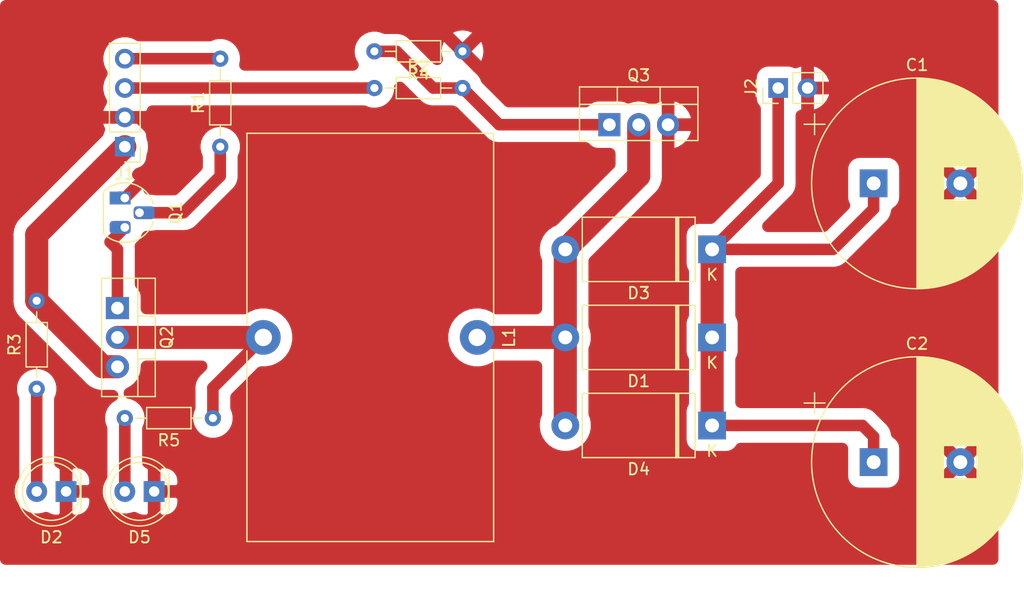
<source format=kicad_pcb>
(kicad_pcb (version 20171130) (host pcbnew 5.1.5+dfsg1-2build2)

  (general
    (thickness 1.6)
    (drawings 0)
    (tracks 42)
    (zones 0)
    (modules 18)
    (nets 13)
  )

  (page A4)
  (layers
    (0 F.Cu signal)
    (31 B.Cu signal)
    (32 B.Adhes user)
    (33 F.Adhes user)
    (34 B.Paste user)
    (35 F.Paste user)
    (36 B.SilkS user)
    (37 F.SilkS user)
    (38 B.Mask user)
    (39 F.Mask user)
    (40 Dwgs.User user)
    (41 Cmts.User user)
    (42 Eco1.User user)
    (43 Eco2.User user)
    (44 Edge.Cuts user)
    (45 Margin user)
    (46 B.CrtYd user)
    (47 F.CrtYd user)
    (48 B.Fab user)
    (49 F.Fab user)
  )

  (setup
    (last_trace_width 1)
    (user_trace_width 2)
    (trace_clearance 0.5)
    (zone_clearance 0.508)
    (zone_45_only no)
    (trace_min 0.2)
    (via_size 0.8)
    (via_drill 0.4)
    (via_min_size 0.4)
    (via_min_drill 0.3)
    (uvia_size 0.3)
    (uvia_drill 0.1)
    (uvias_allowed no)
    (uvia_min_size 0.2)
    (uvia_min_drill 0.1)
    (edge_width 0.05)
    (segment_width 0.2)
    (pcb_text_width 0.3)
    (pcb_text_size 1.5 1.5)
    (mod_edge_width 0.12)
    (mod_text_size 1 1)
    (mod_text_width 0.15)
    (pad_size 1.524 1.524)
    (pad_drill 0.762)
    (pad_to_mask_clearance 0.051)
    (solder_mask_min_width 0.25)
    (aux_axis_origin 0 0)
    (visible_elements FFFFFF7F)
    (pcbplotparams
      (layerselection 0x010fc_ffffffff)
      (usegerberextensions false)
      (usegerberattributes false)
      (usegerberadvancedattributes false)
      (creategerberjobfile false)
      (excludeedgelayer true)
      (linewidth 0.100000)
      (plotframeref false)
      (viasonmask false)
      (mode 1)
      (useauxorigin false)
      (hpglpennumber 1)
      (hpglpenspeed 20)
      (hpglpendiameter 15.000000)
      (psnegative false)
      (psa4output false)
      (plotreference true)
      (plotvalue true)
      (plotinvisibletext false)
      (padsonsilk false)
      (subtractmaskfromsilk false)
      (outputformat 1)
      (mirror false)
      (drillshape 1)
      (scaleselection 1)
      (outputdirectory ""))
  )

  (net 0 "")
  (net 1 "Net-(C1-Pad1)")
  (net 2 GND)
  (net 3 "Net-(D1-Pad2)")
  (net 4 "Net-(D2-Pad2)")
  (net 5 "Net-(D5-Pad2)")
  (net 6 +VDC)
  (net 7 "Net-(J1-Pad3)")
  (net 8 "Net-(J1-Pad4)")
  (net 9 "Net-(L1-Pad2)")
  (net 10 "Net-(Q1-Pad2)")
  (net 11 "Net-(Q1-Pad3)")
  (net 12 "Net-(Q3-Pad1)")

  (net_class Default "This is the default net class."
    (clearance 0.5)
    (trace_width 1)
    (via_dia 0.8)
    (via_drill 0.4)
    (uvia_dia 0.3)
    (uvia_drill 0.1)
    (add_net +VDC)
    (add_net GND)
    (add_net "Net-(C1-Pad1)")
    (add_net "Net-(D1-Pad2)")
    (add_net "Net-(D2-Pad2)")
    (add_net "Net-(D5-Pad2)")
    (add_net "Net-(J1-Pad3)")
    (add_net "Net-(J1-Pad4)")
    (add_net "Net-(L1-Pad2)")
    (add_net "Net-(Q1-Pad2)")
    (add_net "Net-(Q1-Pad3)")
    (add_net "Net-(Q3-Pad1)")
  )

  (module Capacitor_THT:CP_Radial_D18.0mm_P7.50mm (layer F.Cu) (tedit 5AE50EF1) (tstamp 62592835)
    (at 187.96 88.265)
    (descr "CP, Radial series, Radial, pin pitch=7.50mm, , diameter=18mm, Electrolytic Capacitor")
    (tags "CP Radial series Radial pin pitch 7.50mm  diameter 18mm Electrolytic Capacitor")
    (path /614A3AF6)
    (fp_text reference C1 (at 3.75 -10.25) (layer F.SilkS)
      (effects (font (size 1 1) (thickness 0.15)))
    )
    (fp_text value "250V +" (at 3.75 10.25) (layer F.Fab)
      (effects (font (size 1 1) (thickness 0.15)))
    )
    (fp_text user %R (at 3.75 0) (layer F.Fab)
      (effects (font (size 1 1) (thickness 0.15)))
    )
    (fp_line (start -5.10944 -6.015) (end -5.10944 -4.215) (layer F.SilkS) (width 0.12))
    (fp_line (start -6.00944 -5.115) (end -4.20944 -5.115) (layer F.SilkS) (width 0.12))
    (fp_line (start 12.87 -0.04) (end 12.87 0.04) (layer F.SilkS) (width 0.12))
    (fp_line (start 12.83 -0.814) (end 12.83 0.814) (layer F.SilkS) (width 0.12))
    (fp_line (start 12.79 -1.166) (end 12.79 1.166) (layer F.SilkS) (width 0.12))
    (fp_line (start 12.75 -1.435) (end 12.75 1.435) (layer F.SilkS) (width 0.12))
    (fp_line (start 12.71 -1.661) (end 12.71 1.661) (layer F.SilkS) (width 0.12))
    (fp_line (start 12.67 -1.86) (end 12.67 1.86) (layer F.SilkS) (width 0.12))
    (fp_line (start 12.63 -2.039) (end 12.63 2.039) (layer F.SilkS) (width 0.12))
    (fp_line (start 12.59 -2.203) (end 12.59 2.203) (layer F.SilkS) (width 0.12))
    (fp_line (start 12.55 -2.355) (end 12.55 2.355) (layer F.SilkS) (width 0.12))
    (fp_line (start 12.51 -2.498) (end 12.51 2.498) (layer F.SilkS) (width 0.12))
    (fp_line (start 12.47 -2.632) (end 12.47 2.632) (layer F.SilkS) (width 0.12))
    (fp_line (start 12.43 -2.759) (end 12.43 2.759) (layer F.SilkS) (width 0.12))
    (fp_line (start 12.39 -2.88) (end 12.39 2.88) (layer F.SilkS) (width 0.12))
    (fp_line (start 12.35 -2.996) (end 12.35 2.996) (layer F.SilkS) (width 0.12))
    (fp_line (start 12.31 -3.107) (end 12.31 3.107) (layer F.SilkS) (width 0.12))
    (fp_line (start 12.27 -3.214) (end 12.27 3.214) (layer F.SilkS) (width 0.12))
    (fp_line (start 12.23 -3.317) (end 12.23 3.317) (layer F.SilkS) (width 0.12))
    (fp_line (start 12.19 -3.416) (end 12.19 3.416) (layer F.SilkS) (width 0.12))
    (fp_line (start 12.15 -3.512) (end 12.15 3.512) (layer F.SilkS) (width 0.12))
    (fp_line (start 12.11 -3.605) (end 12.11 3.605) (layer F.SilkS) (width 0.12))
    (fp_line (start 12.07 -3.696) (end 12.07 3.696) (layer F.SilkS) (width 0.12))
    (fp_line (start 12.03 -3.784) (end 12.03 3.784) (layer F.SilkS) (width 0.12))
    (fp_line (start 11.99 -3.869) (end 11.99 3.869) (layer F.SilkS) (width 0.12))
    (fp_line (start 11.95 -3.952) (end 11.95 3.952) (layer F.SilkS) (width 0.12))
    (fp_line (start 11.911 -4.033) (end 11.911 4.033) (layer F.SilkS) (width 0.12))
    (fp_line (start 11.871 -4.113) (end 11.871 4.113) (layer F.SilkS) (width 0.12))
    (fp_line (start 11.831 -4.19) (end 11.831 4.19) (layer F.SilkS) (width 0.12))
    (fp_line (start 11.791 -4.265) (end 11.791 4.265) (layer F.SilkS) (width 0.12))
    (fp_line (start 11.751 -4.339) (end 11.751 4.339) (layer F.SilkS) (width 0.12))
    (fp_line (start 11.711 -4.412) (end 11.711 4.412) (layer F.SilkS) (width 0.12))
    (fp_line (start 11.671 -4.482) (end 11.671 4.482) (layer F.SilkS) (width 0.12))
    (fp_line (start 11.631 -4.552) (end 11.631 4.552) (layer F.SilkS) (width 0.12))
    (fp_line (start 11.591 -4.62) (end 11.591 4.62) (layer F.SilkS) (width 0.12))
    (fp_line (start 11.551 -4.686) (end 11.551 4.686) (layer F.SilkS) (width 0.12))
    (fp_line (start 11.511 -4.752) (end 11.511 4.752) (layer F.SilkS) (width 0.12))
    (fp_line (start 11.471 -4.816) (end 11.471 4.816) (layer F.SilkS) (width 0.12))
    (fp_line (start 11.431 -4.879) (end 11.431 4.879) (layer F.SilkS) (width 0.12))
    (fp_line (start 11.391 -4.941) (end 11.391 4.941) (layer F.SilkS) (width 0.12))
    (fp_line (start 11.351 -5.002) (end 11.351 5.002) (layer F.SilkS) (width 0.12))
    (fp_line (start 11.311 -5.062) (end 11.311 5.062) (layer F.SilkS) (width 0.12))
    (fp_line (start 11.271 -5.12) (end 11.271 5.12) (layer F.SilkS) (width 0.12))
    (fp_line (start 11.231 -5.178) (end 11.231 5.178) (layer F.SilkS) (width 0.12))
    (fp_line (start 11.191 -5.235) (end 11.191 5.235) (layer F.SilkS) (width 0.12))
    (fp_line (start 11.151 -5.291) (end 11.151 5.291) (layer F.SilkS) (width 0.12))
    (fp_line (start 11.111 -5.346) (end 11.111 5.346) (layer F.SilkS) (width 0.12))
    (fp_line (start 11.071 -5.4) (end 11.071 5.4) (layer F.SilkS) (width 0.12))
    (fp_line (start 11.031 -5.454) (end 11.031 5.454) (layer F.SilkS) (width 0.12))
    (fp_line (start 10.991 -5.506) (end 10.991 5.506) (layer F.SilkS) (width 0.12))
    (fp_line (start 10.951 -5.558) (end 10.951 5.558) (layer F.SilkS) (width 0.12))
    (fp_line (start 10.911 -5.609) (end 10.911 5.609) (layer F.SilkS) (width 0.12))
    (fp_line (start 10.871 -5.66) (end 10.871 5.66) (layer F.SilkS) (width 0.12))
    (fp_line (start 10.831 -5.709) (end 10.831 5.709) (layer F.SilkS) (width 0.12))
    (fp_line (start 10.791 -5.758) (end 10.791 5.758) (layer F.SilkS) (width 0.12))
    (fp_line (start 10.751 -5.806) (end 10.751 5.806) (layer F.SilkS) (width 0.12))
    (fp_line (start 10.711 -5.854) (end 10.711 5.854) (layer F.SilkS) (width 0.12))
    (fp_line (start 10.671 -5.901) (end 10.671 5.901) (layer F.SilkS) (width 0.12))
    (fp_line (start 10.631 -5.947) (end 10.631 5.947) (layer F.SilkS) (width 0.12))
    (fp_line (start 10.591 -5.993) (end 10.591 5.993) (layer F.SilkS) (width 0.12))
    (fp_line (start 10.551 -6.038) (end 10.551 6.038) (layer F.SilkS) (width 0.12))
    (fp_line (start 10.511 -6.082) (end 10.511 6.082) (layer F.SilkS) (width 0.12))
    (fp_line (start 10.471 -6.126) (end 10.471 6.126) (layer F.SilkS) (width 0.12))
    (fp_line (start 10.431 -6.17) (end 10.431 6.17) (layer F.SilkS) (width 0.12))
    (fp_line (start 10.391 -6.212) (end 10.391 6.212) (layer F.SilkS) (width 0.12))
    (fp_line (start 10.351 -6.254) (end 10.351 6.254) (layer F.SilkS) (width 0.12))
    (fp_line (start 10.311 -6.296) (end 10.311 6.296) (layer F.SilkS) (width 0.12))
    (fp_line (start 10.271 -6.337) (end 10.271 6.337) (layer F.SilkS) (width 0.12))
    (fp_line (start 10.231 -6.378) (end 10.231 6.378) (layer F.SilkS) (width 0.12))
    (fp_line (start 10.191 -6.418) (end 10.191 6.418) (layer F.SilkS) (width 0.12))
    (fp_line (start 10.151 -6.458) (end 10.151 6.458) (layer F.SilkS) (width 0.12))
    (fp_line (start 10.111 -6.497) (end 10.111 6.497) (layer F.SilkS) (width 0.12))
    (fp_line (start 10.071 -6.536) (end 10.071 6.536) (layer F.SilkS) (width 0.12))
    (fp_line (start 10.031 -6.574) (end 10.031 6.574) (layer F.SilkS) (width 0.12))
    (fp_line (start 9.991 -6.612) (end 9.991 6.612) (layer F.SilkS) (width 0.12))
    (fp_line (start 9.951 -6.649) (end 9.951 6.649) (layer F.SilkS) (width 0.12))
    (fp_line (start 9.911 -6.686) (end 9.911 6.686) (layer F.SilkS) (width 0.12))
    (fp_line (start 9.871 -6.722) (end 9.871 6.722) (layer F.SilkS) (width 0.12))
    (fp_line (start 9.831 -6.758) (end 9.831 6.758) (layer F.SilkS) (width 0.12))
    (fp_line (start 9.791 -6.794) (end 9.791 6.794) (layer F.SilkS) (width 0.12))
    (fp_line (start 9.751 -6.829) (end 9.751 6.829) (layer F.SilkS) (width 0.12))
    (fp_line (start 9.711 -6.864) (end 9.711 6.864) (layer F.SilkS) (width 0.12))
    (fp_line (start 9.671 -6.898) (end 9.671 6.898) (layer F.SilkS) (width 0.12))
    (fp_line (start 9.631 -6.932) (end 9.631 6.932) (layer F.SilkS) (width 0.12))
    (fp_line (start 9.591 -6.965) (end 9.591 6.965) (layer F.SilkS) (width 0.12))
    (fp_line (start 9.551 -6.999) (end 9.551 6.999) (layer F.SilkS) (width 0.12))
    (fp_line (start 9.511 -7.031) (end 9.511 7.031) (layer F.SilkS) (width 0.12))
    (fp_line (start 9.471 -7.064) (end 9.471 7.064) (layer F.SilkS) (width 0.12))
    (fp_line (start 9.431 -7.096) (end 9.431 7.096) (layer F.SilkS) (width 0.12))
    (fp_line (start 9.391 -7.127) (end 9.391 7.127) (layer F.SilkS) (width 0.12))
    (fp_line (start 9.351 -7.159) (end 9.351 7.159) (layer F.SilkS) (width 0.12))
    (fp_line (start 9.311 -7.19) (end 9.311 7.19) (layer F.SilkS) (width 0.12))
    (fp_line (start 9.271 -7.22) (end 9.271 7.22) (layer F.SilkS) (width 0.12))
    (fp_line (start 9.231 -7.25) (end 9.231 7.25) (layer F.SilkS) (width 0.12))
    (fp_line (start 9.191 -7.28) (end 9.191 7.28) (layer F.SilkS) (width 0.12))
    (fp_line (start 9.151 -7.31) (end 9.151 7.31) (layer F.SilkS) (width 0.12))
    (fp_line (start 9.111 -7.339) (end 9.111 7.339) (layer F.SilkS) (width 0.12))
    (fp_line (start 9.071 -7.368) (end 9.071 7.368) (layer F.SilkS) (width 0.12))
    (fp_line (start 9.031 -7.397) (end 9.031 7.397) (layer F.SilkS) (width 0.12))
    (fp_line (start 8.991 -7.425) (end 8.991 7.425) (layer F.SilkS) (width 0.12))
    (fp_line (start 8.951 -7.453) (end 8.951 7.453) (layer F.SilkS) (width 0.12))
    (fp_line (start 8.911 1.44) (end 8.911 7.48) (layer F.SilkS) (width 0.12))
    (fp_line (start 8.911 -7.48) (end 8.911 -1.44) (layer F.SilkS) (width 0.12))
    (fp_line (start 8.871 1.44) (end 8.871 7.508) (layer F.SilkS) (width 0.12))
    (fp_line (start 8.871 -7.508) (end 8.871 -1.44) (layer F.SilkS) (width 0.12))
    (fp_line (start 8.831 1.44) (end 8.831 7.535) (layer F.SilkS) (width 0.12))
    (fp_line (start 8.831 -7.535) (end 8.831 -1.44) (layer F.SilkS) (width 0.12))
    (fp_line (start 8.791 1.44) (end 8.791 7.561) (layer F.SilkS) (width 0.12))
    (fp_line (start 8.791 -7.561) (end 8.791 -1.44) (layer F.SilkS) (width 0.12))
    (fp_line (start 8.751 1.44) (end 8.751 7.588) (layer F.SilkS) (width 0.12))
    (fp_line (start 8.751 -7.588) (end 8.751 -1.44) (layer F.SilkS) (width 0.12))
    (fp_line (start 8.711 1.44) (end 8.711 7.614) (layer F.SilkS) (width 0.12))
    (fp_line (start 8.711 -7.614) (end 8.711 -1.44) (layer F.SilkS) (width 0.12))
    (fp_line (start 8.671 1.44) (end 8.671 7.64) (layer F.SilkS) (width 0.12))
    (fp_line (start 8.671 -7.64) (end 8.671 -1.44) (layer F.SilkS) (width 0.12))
    (fp_line (start 8.631 1.44) (end 8.631 7.665) (layer F.SilkS) (width 0.12))
    (fp_line (start 8.631 -7.665) (end 8.631 -1.44) (layer F.SilkS) (width 0.12))
    (fp_line (start 8.591 1.44) (end 8.591 7.69) (layer F.SilkS) (width 0.12))
    (fp_line (start 8.591 -7.69) (end 8.591 -1.44) (layer F.SilkS) (width 0.12))
    (fp_line (start 8.551 1.44) (end 8.551 7.715) (layer F.SilkS) (width 0.12))
    (fp_line (start 8.551 -7.715) (end 8.551 -1.44) (layer F.SilkS) (width 0.12))
    (fp_line (start 8.511 1.44) (end 8.511 7.74) (layer F.SilkS) (width 0.12))
    (fp_line (start 8.511 -7.74) (end 8.511 -1.44) (layer F.SilkS) (width 0.12))
    (fp_line (start 8.471 1.44) (end 8.471 7.764) (layer F.SilkS) (width 0.12))
    (fp_line (start 8.471 -7.764) (end 8.471 -1.44) (layer F.SilkS) (width 0.12))
    (fp_line (start 8.431 1.44) (end 8.431 7.788) (layer F.SilkS) (width 0.12))
    (fp_line (start 8.431 -7.788) (end 8.431 -1.44) (layer F.SilkS) (width 0.12))
    (fp_line (start 8.391 1.44) (end 8.391 7.812) (layer F.SilkS) (width 0.12))
    (fp_line (start 8.391 -7.812) (end 8.391 -1.44) (layer F.SilkS) (width 0.12))
    (fp_line (start 8.351 1.44) (end 8.351 7.835) (layer F.SilkS) (width 0.12))
    (fp_line (start 8.351 -7.835) (end 8.351 -1.44) (layer F.SilkS) (width 0.12))
    (fp_line (start 8.311 1.44) (end 8.311 7.859) (layer F.SilkS) (width 0.12))
    (fp_line (start 8.311 -7.859) (end 8.311 -1.44) (layer F.SilkS) (width 0.12))
    (fp_line (start 8.271 1.44) (end 8.271 7.882) (layer F.SilkS) (width 0.12))
    (fp_line (start 8.271 -7.882) (end 8.271 -1.44) (layer F.SilkS) (width 0.12))
    (fp_line (start 8.231 1.44) (end 8.231 7.904) (layer F.SilkS) (width 0.12))
    (fp_line (start 8.231 -7.904) (end 8.231 -1.44) (layer F.SilkS) (width 0.12))
    (fp_line (start 8.191 1.44) (end 8.191 7.927) (layer F.SilkS) (width 0.12))
    (fp_line (start 8.191 -7.927) (end 8.191 -1.44) (layer F.SilkS) (width 0.12))
    (fp_line (start 8.151 1.44) (end 8.151 7.949) (layer F.SilkS) (width 0.12))
    (fp_line (start 8.151 -7.949) (end 8.151 -1.44) (layer F.SilkS) (width 0.12))
    (fp_line (start 8.111 1.44) (end 8.111 7.971) (layer F.SilkS) (width 0.12))
    (fp_line (start 8.111 -7.971) (end 8.111 -1.44) (layer F.SilkS) (width 0.12))
    (fp_line (start 8.071 1.44) (end 8.071 7.992) (layer F.SilkS) (width 0.12))
    (fp_line (start 8.071 -7.992) (end 8.071 -1.44) (layer F.SilkS) (width 0.12))
    (fp_line (start 8.031 1.44) (end 8.031 8.014) (layer F.SilkS) (width 0.12))
    (fp_line (start 8.031 -8.014) (end 8.031 -1.44) (layer F.SilkS) (width 0.12))
    (fp_line (start 7.991 1.44) (end 7.991 8.035) (layer F.SilkS) (width 0.12))
    (fp_line (start 7.991 -8.035) (end 7.991 -1.44) (layer F.SilkS) (width 0.12))
    (fp_line (start 7.951 1.44) (end 7.951 8.056) (layer F.SilkS) (width 0.12))
    (fp_line (start 7.951 -8.056) (end 7.951 -1.44) (layer F.SilkS) (width 0.12))
    (fp_line (start 7.911 1.44) (end 7.911 8.076) (layer F.SilkS) (width 0.12))
    (fp_line (start 7.911 -8.076) (end 7.911 -1.44) (layer F.SilkS) (width 0.12))
    (fp_line (start 7.871 1.44) (end 7.871 8.097) (layer F.SilkS) (width 0.12))
    (fp_line (start 7.871 -8.097) (end 7.871 -1.44) (layer F.SilkS) (width 0.12))
    (fp_line (start 7.831 1.44) (end 7.831 8.117) (layer F.SilkS) (width 0.12))
    (fp_line (start 7.831 -8.117) (end 7.831 -1.44) (layer F.SilkS) (width 0.12))
    (fp_line (start 7.791 1.44) (end 7.791 8.137) (layer F.SilkS) (width 0.12))
    (fp_line (start 7.791 -8.137) (end 7.791 -1.44) (layer F.SilkS) (width 0.12))
    (fp_line (start 7.751 1.44) (end 7.751 8.156) (layer F.SilkS) (width 0.12))
    (fp_line (start 7.751 -8.156) (end 7.751 -1.44) (layer F.SilkS) (width 0.12))
    (fp_line (start 7.711 1.44) (end 7.711 8.176) (layer F.SilkS) (width 0.12))
    (fp_line (start 7.711 -8.176) (end 7.711 -1.44) (layer F.SilkS) (width 0.12))
    (fp_line (start 7.671 1.44) (end 7.671 8.195) (layer F.SilkS) (width 0.12))
    (fp_line (start 7.671 -8.195) (end 7.671 -1.44) (layer F.SilkS) (width 0.12))
    (fp_line (start 7.631 1.44) (end 7.631 8.214) (layer F.SilkS) (width 0.12))
    (fp_line (start 7.631 -8.214) (end 7.631 -1.44) (layer F.SilkS) (width 0.12))
    (fp_line (start 7.591 1.44) (end 7.591 8.233) (layer F.SilkS) (width 0.12))
    (fp_line (start 7.591 -8.233) (end 7.591 -1.44) (layer F.SilkS) (width 0.12))
    (fp_line (start 7.551 1.44) (end 7.551 8.251) (layer F.SilkS) (width 0.12))
    (fp_line (start 7.551 -8.251) (end 7.551 -1.44) (layer F.SilkS) (width 0.12))
    (fp_line (start 7.511 1.44) (end 7.511 8.269) (layer F.SilkS) (width 0.12))
    (fp_line (start 7.511 -8.269) (end 7.511 -1.44) (layer F.SilkS) (width 0.12))
    (fp_line (start 7.471 1.44) (end 7.471 8.287) (layer F.SilkS) (width 0.12))
    (fp_line (start 7.471 -8.287) (end 7.471 -1.44) (layer F.SilkS) (width 0.12))
    (fp_line (start 7.431 1.44) (end 7.431 8.305) (layer F.SilkS) (width 0.12))
    (fp_line (start 7.431 -8.305) (end 7.431 -1.44) (layer F.SilkS) (width 0.12))
    (fp_line (start 7.391 1.44) (end 7.391 8.323) (layer F.SilkS) (width 0.12))
    (fp_line (start 7.391 -8.323) (end 7.391 -1.44) (layer F.SilkS) (width 0.12))
    (fp_line (start 7.351 1.44) (end 7.351 8.34) (layer F.SilkS) (width 0.12))
    (fp_line (start 7.351 -8.34) (end 7.351 -1.44) (layer F.SilkS) (width 0.12))
    (fp_line (start 7.311 1.44) (end 7.311 8.357) (layer F.SilkS) (width 0.12))
    (fp_line (start 7.311 -8.357) (end 7.311 -1.44) (layer F.SilkS) (width 0.12))
    (fp_line (start 7.271 1.44) (end 7.271 8.374) (layer F.SilkS) (width 0.12))
    (fp_line (start 7.271 -8.374) (end 7.271 -1.44) (layer F.SilkS) (width 0.12))
    (fp_line (start 7.231 1.44) (end 7.231 8.39) (layer F.SilkS) (width 0.12))
    (fp_line (start 7.231 -8.39) (end 7.231 -1.44) (layer F.SilkS) (width 0.12))
    (fp_line (start 7.191 1.44) (end 7.191 8.407) (layer F.SilkS) (width 0.12))
    (fp_line (start 7.191 -8.407) (end 7.191 -1.44) (layer F.SilkS) (width 0.12))
    (fp_line (start 7.151 1.44) (end 7.151 8.423) (layer F.SilkS) (width 0.12))
    (fp_line (start 7.151 -8.423) (end 7.151 -1.44) (layer F.SilkS) (width 0.12))
    (fp_line (start 7.111 1.44) (end 7.111 8.439) (layer F.SilkS) (width 0.12))
    (fp_line (start 7.111 -8.439) (end 7.111 -1.44) (layer F.SilkS) (width 0.12))
    (fp_line (start 7.071 1.44) (end 7.071 8.455) (layer F.SilkS) (width 0.12))
    (fp_line (start 7.071 -8.455) (end 7.071 -1.44) (layer F.SilkS) (width 0.12))
    (fp_line (start 7.031 1.44) (end 7.031 8.47) (layer F.SilkS) (width 0.12))
    (fp_line (start 7.031 -8.47) (end 7.031 -1.44) (layer F.SilkS) (width 0.12))
    (fp_line (start 6.991 1.44) (end 6.991 8.486) (layer F.SilkS) (width 0.12))
    (fp_line (start 6.991 -8.486) (end 6.991 -1.44) (layer F.SilkS) (width 0.12))
    (fp_line (start 6.951 1.44) (end 6.951 8.501) (layer F.SilkS) (width 0.12))
    (fp_line (start 6.951 -8.501) (end 6.951 -1.44) (layer F.SilkS) (width 0.12))
    (fp_line (start 6.911 1.44) (end 6.911 8.516) (layer F.SilkS) (width 0.12))
    (fp_line (start 6.911 -8.516) (end 6.911 -1.44) (layer F.SilkS) (width 0.12))
    (fp_line (start 6.871 1.44) (end 6.871 8.53) (layer F.SilkS) (width 0.12))
    (fp_line (start 6.871 -8.53) (end 6.871 -1.44) (layer F.SilkS) (width 0.12))
    (fp_line (start 6.831 1.44) (end 6.831 8.545) (layer F.SilkS) (width 0.12))
    (fp_line (start 6.831 -8.545) (end 6.831 -1.44) (layer F.SilkS) (width 0.12))
    (fp_line (start 6.791 1.44) (end 6.791 8.559) (layer F.SilkS) (width 0.12))
    (fp_line (start 6.791 -8.559) (end 6.791 -1.44) (layer F.SilkS) (width 0.12))
    (fp_line (start 6.751 1.44) (end 6.751 8.573) (layer F.SilkS) (width 0.12))
    (fp_line (start 6.751 -8.573) (end 6.751 -1.44) (layer F.SilkS) (width 0.12))
    (fp_line (start 6.711 1.44) (end 6.711 8.587) (layer F.SilkS) (width 0.12))
    (fp_line (start 6.711 -8.587) (end 6.711 -1.44) (layer F.SilkS) (width 0.12))
    (fp_line (start 6.671 1.44) (end 6.671 8.6) (layer F.SilkS) (width 0.12))
    (fp_line (start 6.671 -8.6) (end 6.671 -1.44) (layer F.SilkS) (width 0.12))
    (fp_line (start 6.631 1.44) (end 6.631 8.614) (layer F.SilkS) (width 0.12))
    (fp_line (start 6.631 -8.614) (end 6.631 -1.44) (layer F.SilkS) (width 0.12))
    (fp_line (start 6.591 1.44) (end 6.591 8.627) (layer F.SilkS) (width 0.12))
    (fp_line (start 6.591 -8.627) (end 6.591 -1.44) (layer F.SilkS) (width 0.12))
    (fp_line (start 6.551 1.44) (end 6.551 8.64) (layer F.SilkS) (width 0.12))
    (fp_line (start 6.551 -8.64) (end 6.551 -1.44) (layer F.SilkS) (width 0.12))
    (fp_line (start 6.511 1.44) (end 6.511 8.653) (layer F.SilkS) (width 0.12))
    (fp_line (start 6.511 -8.653) (end 6.511 -1.44) (layer F.SilkS) (width 0.12))
    (fp_line (start 6.471 1.44) (end 6.471 8.665) (layer F.SilkS) (width 0.12))
    (fp_line (start 6.471 -8.665) (end 6.471 -1.44) (layer F.SilkS) (width 0.12))
    (fp_line (start 6.431 1.44) (end 6.431 8.678) (layer F.SilkS) (width 0.12))
    (fp_line (start 6.431 -8.678) (end 6.431 -1.44) (layer F.SilkS) (width 0.12))
    (fp_line (start 6.391 1.44) (end 6.391 8.69) (layer F.SilkS) (width 0.12))
    (fp_line (start 6.391 -8.69) (end 6.391 -1.44) (layer F.SilkS) (width 0.12))
    (fp_line (start 6.351 1.44) (end 6.351 8.702) (layer F.SilkS) (width 0.12))
    (fp_line (start 6.351 -8.702) (end 6.351 -1.44) (layer F.SilkS) (width 0.12))
    (fp_line (start 6.311 1.44) (end 6.311 8.714) (layer F.SilkS) (width 0.12))
    (fp_line (start 6.311 -8.714) (end 6.311 -1.44) (layer F.SilkS) (width 0.12))
    (fp_line (start 6.271 1.44) (end 6.271 8.725) (layer F.SilkS) (width 0.12))
    (fp_line (start 6.271 -8.725) (end 6.271 -1.44) (layer F.SilkS) (width 0.12))
    (fp_line (start 6.231 1.44) (end 6.231 8.737) (layer F.SilkS) (width 0.12))
    (fp_line (start 6.231 -8.737) (end 6.231 -1.44) (layer F.SilkS) (width 0.12))
    (fp_line (start 6.191 1.44) (end 6.191 8.748) (layer F.SilkS) (width 0.12))
    (fp_line (start 6.191 -8.748) (end 6.191 -1.44) (layer F.SilkS) (width 0.12))
    (fp_line (start 6.151 1.44) (end 6.151 8.759) (layer F.SilkS) (width 0.12))
    (fp_line (start 6.151 -8.759) (end 6.151 -1.44) (layer F.SilkS) (width 0.12))
    (fp_line (start 6.111 1.44) (end 6.111 8.77) (layer F.SilkS) (width 0.12))
    (fp_line (start 6.111 -8.77) (end 6.111 -1.44) (layer F.SilkS) (width 0.12))
    (fp_line (start 6.071 1.44) (end 6.071 8.78) (layer F.SilkS) (width 0.12))
    (fp_line (start 6.071 -8.78) (end 6.071 -1.44) (layer F.SilkS) (width 0.12))
    (fp_line (start 6.031 -8.791) (end 6.031 8.791) (layer F.SilkS) (width 0.12))
    (fp_line (start 5.991 -8.801) (end 5.991 8.801) (layer F.SilkS) (width 0.12))
    (fp_line (start 5.951 -8.811) (end 5.951 8.811) (layer F.SilkS) (width 0.12))
    (fp_line (start 5.911 -8.821) (end 5.911 8.821) (layer F.SilkS) (width 0.12))
    (fp_line (start 5.871 -8.831) (end 5.871 8.831) (layer F.SilkS) (width 0.12))
    (fp_line (start 5.831 -8.84) (end 5.831 8.84) (layer F.SilkS) (width 0.12))
    (fp_line (start 5.791 -8.849) (end 5.791 8.849) (layer F.SilkS) (width 0.12))
    (fp_line (start 5.751 -8.858) (end 5.751 8.858) (layer F.SilkS) (width 0.12))
    (fp_line (start 5.711 -8.867) (end 5.711 8.867) (layer F.SilkS) (width 0.12))
    (fp_line (start 5.671 -8.876) (end 5.671 8.876) (layer F.SilkS) (width 0.12))
    (fp_line (start 5.631 -8.885) (end 5.631 8.885) (layer F.SilkS) (width 0.12))
    (fp_line (start 5.591 -8.893) (end 5.591 8.893) (layer F.SilkS) (width 0.12))
    (fp_line (start 5.551 -8.901) (end 5.551 8.901) (layer F.SilkS) (width 0.12))
    (fp_line (start 5.511 -8.909) (end 5.511 8.909) (layer F.SilkS) (width 0.12))
    (fp_line (start 5.471 -8.917) (end 5.471 8.917) (layer F.SilkS) (width 0.12))
    (fp_line (start 5.431 -8.924) (end 5.431 8.924) (layer F.SilkS) (width 0.12))
    (fp_line (start 5.391 -8.932) (end 5.391 8.932) (layer F.SilkS) (width 0.12))
    (fp_line (start 5.351 -8.939) (end 5.351 8.939) (layer F.SilkS) (width 0.12))
    (fp_line (start 5.311 -8.946) (end 5.311 8.946) (layer F.SilkS) (width 0.12))
    (fp_line (start 5.271 -8.953) (end 5.271 8.953) (layer F.SilkS) (width 0.12))
    (fp_line (start 5.231 -8.96) (end 5.231 8.96) (layer F.SilkS) (width 0.12))
    (fp_line (start 5.191 -8.966) (end 5.191 8.966) (layer F.SilkS) (width 0.12))
    (fp_line (start 5.151 -8.972) (end 5.151 8.972) (layer F.SilkS) (width 0.12))
    (fp_line (start 5.111 -8.979) (end 5.111 8.979) (layer F.SilkS) (width 0.12))
    (fp_line (start 5.071 -8.984) (end 5.071 8.984) (layer F.SilkS) (width 0.12))
    (fp_line (start 5.031 -8.99) (end 5.031 8.99) (layer F.SilkS) (width 0.12))
    (fp_line (start 4.991 -8.996) (end 4.991 8.996) (layer F.SilkS) (width 0.12))
    (fp_line (start 4.951 -9.001) (end 4.951 9.001) (layer F.SilkS) (width 0.12))
    (fp_line (start 4.911 -9.006) (end 4.911 9.006) (layer F.SilkS) (width 0.12))
    (fp_line (start 4.871 -9.011) (end 4.871 9.011) (layer F.SilkS) (width 0.12))
    (fp_line (start 4.831 -9.016) (end 4.831 9.016) (layer F.SilkS) (width 0.12))
    (fp_line (start 4.791 -9.021) (end 4.791 9.021) (layer F.SilkS) (width 0.12))
    (fp_line (start 4.751 -9.026) (end 4.751 9.026) (layer F.SilkS) (width 0.12))
    (fp_line (start 4.711 -9.03) (end 4.711 9.03) (layer F.SilkS) (width 0.12))
    (fp_line (start 4.671 -9.034) (end 4.671 9.034) (layer F.SilkS) (width 0.12))
    (fp_line (start 4.631 -9.038) (end 4.631 9.038) (layer F.SilkS) (width 0.12))
    (fp_line (start 4.591 -9.042) (end 4.591 9.042) (layer F.SilkS) (width 0.12))
    (fp_line (start 4.551 -9.045) (end 4.551 9.045) (layer F.SilkS) (width 0.12))
    (fp_line (start 4.511 -9.049) (end 4.511 9.049) (layer F.SilkS) (width 0.12))
    (fp_line (start 4.471 -9.052) (end 4.471 9.052) (layer F.SilkS) (width 0.12))
    (fp_line (start 4.43 -9.055) (end 4.43 9.055) (layer F.SilkS) (width 0.12))
    (fp_line (start 4.39 -9.058) (end 4.39 9.058) (layer F.SilkS) (width 0.12))
    (fp_line (start 4.35 -9.061) (end 4.35 9.061) (layer F.SilkS) (width 0.12))
    (fp_line (start 4.31 -9.063) (end 4.31 9.063) (layer F.SilkS) (width 0.12))
    (fp_line (start 4.27 -9.066) (end 4.27 9.066) (layer F.SilkS) (width 0.12))
    (fp_line (start 4.23 -9.068) (end 4.23 9.068) (layer F.SilkS) (width 0.12))
    (fp_line (start 4.19 -9.07) (end 4.19 9.07) (layer F.SilkS) (width 0.12))
    (fp_line (start 4.15 -9.072) (end 4.15 9.072) (layer F.SilkS) (width 0.12))
    (fp_line (start 4.11 -9.073) (end 4.11 9.073) (layer F.SilkS) (width 0.12))
    (fp_line (start 4.07 -9.075) (end 4.07 9.075) (layer F.SilkS) (width 0.12))
    (fp_line (start 4.03 -9.076) (end 4.03 9.076) (layer F.SilkS) (width 0.12))
    (fp_line (start 3.99 -9.077) (end 3.99 9.077) (layer F.SilkS) (width 0.12))
    (fp_line (start 3.95 -9.078) (end 3.95 9.078) (layer F.SilkS) (width 0.12))
    (fp_line (start 3.91 -9.079) (end 3.91 9.079) (layer F.SilkS) (width 0.12))
    (fp_line (start 3.87 -9.08) (end 3.87 9.08) (layer F.SilkS) (width 0.12))
    (fp_line (start 3.83 -9.08) (end 3.83 9.08) (layer F.SilkS) (width 0.12))
    (fp_line (start 3.79 -9.08) (end 3.79 9.08) (layer F.SilkS) (width 0.12))
    (fp_line (start 3.75 -9.081) (end 3.75 9.081) (layer F.SilkS) (width 0.12))
    (fp_line (start -3.087271 -4.8475) (end -3.087271 -3.0475) (layer F.Fab) (width 0.1))
    (fp_line (start -3.987271 -3.9475) (end -2.187271 -3.9475) (layer F.Fab) (width 0.1))
    (fp_circle (center 3.75 0) (end 13 0) (layer F.CrtYd) (width 0.05))
    (fp_circle (center 3.75 0) (end 12.87 0) (layer F.SilkS) (width 0.12))
    (fp_circle (center 3.75 0) (end 12.75 0) (layer F.Fab) (width 0.1))
    (pad 2 thru_hole circle (at 7.5 0) (size 2.4 2.4) (drill 1.2) (layers *.Cu *.Mask)
      (net 2 GND))
    (pad 1 thru_hole rect (at 0 0) (size 2.4 2.4) (drill 1.2) (layers *.Cu *.Mask)
      (net 1 "Net-(C1-Pad1)"))
    (model ${KISYS3DMOD}/Capacitor_THT.3dshapes/CP_Radial_D18.0mm_P7.50mm.wrl
      (at (xyz 0 0 0))
      (scale (xyz 1 1 1))
      (rotate (xyz 0 0 0))
    )
  )

  (module Capacitor_THT:CP_Radial_D18.0mm_P7.50mm (layer F.Cu) (tedit 5AE50EF1) (tstamp 62592970)
    (at 187.96 112.395)
    (descr "CP, Radial series, Radial, pin pitch=7.50mm, , diameter=18mm, Electrolytic Capacitor")
    (tags "CP Radial series Radial pin pitch 7.50mm  diameter 18mm Electrolytic Capacitor")
    (path /61A4B420)
    (fp_text reference C2 (at 3.75 -10.25) (layer F.SilkS)
      (effects (font (size 1 1) (thickness 0.15)))
    )
    (fp_text value "250V +" (at 3.75 10.25) (layer F.Fab)
      (effects (font (size 1 1) (thickness 0.15)))
    )
    (fp_circle (center 3.75 0) (end 12.75 0) (layer F.Fab) (width 0.1))
    (fp_circle (center 3.75 0) (end 12.87 0) (layer F.SilkS) (width 0.12))
    (fp_circle (center 3.75 0) (end 13 0) (layer F.CrtYd) (width 0.05))
    (fp_line (start -3.987271 -3.9475) (end -2.187271 -3.9475) (layer F.Fab) (width 0.1))
    (fp_line (start -3.087271 -4.8475) (end -3.087271 -3.0475) (layer F.Fab) (width 0.1))
    (fp_line (start 3.75 -9.081) (end 3.75 9.081) (layer F.SilkS) (width 0.12))
    (fp_line (start 3.79 -9.08) (end 3.79 9.08) (layer F.SilkS) (width 0.12))
    (fp_line (start 3.83 -9.08) (end 3.83 9.08) (layer F.SilkS) (width 0.12))
    (fp_line (start 3.87 -9.08) (end 3.87 9.08) (layer F.SilkS) (width 0.12))
    (fp_line (start 3.91 -9.079) (end 3.91 9.079) (layer F.SilkS) (width 0.12))
    (fp_line (start 3.95 -9.078) (end 3.95 9.078) (layer F.SilkS) (width 0.12))
    (fp_line (start 3.99 -9.077) (end 3.99 9.077) (layer F.SilkS) (width 0.12))
    (fp_line (start 4.03 -9.076) (end 4.03 9.076) (layer F.SilkS) (width 0.12))
    (fp_line (start 4.07 -9.075) (end 4.07 9.075) (layer F.SilkS) (width 0.12))
    (fp_line (start 4.11 -9.073) (end 4.11 9.073) (layer F.SilkS) (width 0.12))
    (fp_line (start 4.15 -9.072) (end 4.15 9.072) (layer F.SilkS) (width 0.12))
    (fp_line (start 4.19 -9.07) (end 4.19 9.07) (layer F.SilkS) (width 0.12))
    (fp_line (start 4.23 -9.068) (end 4.23 9.068) (layer F.SilkS) (width 0.12))
    (fp_line (start 4.27 -9.066) (end 4.27 9.066) (layer F.SilkS) (width 0.12))
    (fp_line (start 4.31 -9.063) (end 4.31 9.063) (layer F.SilkS) (width 0.12))
    (fp_line (start 4.35 -9.061) (end 4.35 9.061) (layer F.SilkS) (width 0.12))
    (fp_line (start 4.39 -9.058) (end 4.39 9.058) (layer F.SilkS) (width 0.12))
    (fp_line (start 4.43 -9.055) (end 4.43 9.055) (layer F.SilkS) (width 0.12))
    (fp_line (start 4.471 -9.052) (end 4.471 9.052) (layer F.SilkS) (width 0.12))
    (fp_line (start 4.511 -9.049) (end 4.511 9.049) (layer F.SilkS) (width 0.12))
    (fp_line (start 4.551 -9.045) (end 4.551 9.045) (layer F.SilkS) (width 0.12))
    (fp_line (start 4.591 -9.042) (end 4.591 9.042) (layer F.SilkS) (width 0.12))
    (fp_line (start 4.631 -9.038) (end 4.631 9.038) (layer F.SilkS) (width 0.12))
    (fp_line (start 4.671 -9.034) (end 4.671 9.034) (layer F.SilkS) (width 0.12))
    (fp_line (start 4.711 -9.03) (end 4.711 9.03) (layer F.SilkS) (width 0.12))
    (fp_line (start 4.751 -9.026) (end 4.751 9.026) (layer F.SilkS) (width 0.12))
    (fp_line (start 4.791 -9.021) (end 4.791 9.021) (layer F.SilkS) (width 0.12))
    (fp_line (start 4.831 -9.016) (end 4.831 9.016) (layer F.SilkS) (width 0.12))
    (fp_line (start 4.871 -9.011) (end 4.871 9.011) (layer F.SilkS) (width 0.12))
    (fp_line (start 4.911 -9.006) (end 4.911 9.006) (layer F.SilkS) (width 0.12))
    (fp_line (start 4.951 -9.001) (end 4.951 9.001) (layer F.SilkS) (width 0.12))
    (fp_line (start 4.991 -8.996) (end 4.991 8.996) (layer F.SilkS) (width 0.12))
    (fp_line (start 5.031 -8.99) (end 5.031 8.99) (layer F.SilkS) (width 0.12))
    (fp_line (start 5.071 -8.984) (end 5.071 8.984) (layer F.SilkS) (width 0.12))
    (fp_line (start 5.111 -8.979) (end 5.111 8.979) (layer F.SilkS) (width 0.12))
    (fp_line (start 5.151 -8.972) (end 5.151 8.972) (layer F.SilkS) (width 0.12))
    (fp_line (start 5.191 -8.966) (end 5.191 8.966) (layer F.SilkS) (width 0.12))
    (fp_line (start 5.231 -8.96) (end 5.231 8.96) (layer F.SilkS) (width 0.12))
    (fp_line (start 5.271 -8.953) (end 5.271 8.953) (layer F.SilkS) (width 0.12))
    (fp_line (start 5.311 -8.946) (end 5.311 8.946) (layer F.SilkS) (width 0.12))
    (fp_line (start 5.351 -8.939) (end 5.351 8.939) (layer F.SilkS) (width 0.12))
    (fp_line (start 5.391 -8.932) (end 5.391 8.932) (layer F.SilkS) (width 0.12))
    (fp_line (start 5.431 -8.924) (end 5.431 8.924) (layer F.SilkS) (width 0.12))
    (fp_line (start 5.471 -8.917) (end 5.471 8.917) (layer F.SilkS) (width 0.12))
    (fp_line (start 5.511 -8.909) (end 5.511 8.909) (layer F.SilkS) (width 0.12))
    (fp_line (start 5.551 -8.901) (end 5.551 8.901) (layer F.SilkS) (width 0.12))
    (fp_line (start 5.591 -8.893) (end 5.591 8.893) (layer F.SilkS) (width 0.12))
    (fp_line (start 5.631 -8.885) (end 5.631 8.885) (layer F.SilkS) (width 0.12))
    (fp_line (start 5.671 -8.876) (end 5.671 8.876) (layer F.SilkS) (width 0.12))
    (fp_line (start 5.711 -8.867) (end 5.711 8.867) (layer F.SilkS) (width 0.12))
    (fp_line (start 5.751 -8.858) (end 5.751 8.858) (layer F.SilkS) (width 0.12))
    (fp_line (start 5.791 -8.849) (end 5.791 8.849) (layer F.SilkS) (width 0.12))
    (fp_line (start 5.831 -8.84) (end 5.831 8.84) (layer F.SilkS) (width 0.12))
    (fp_line (start 5.871 -8.831) (end 5.871 8.831) (layer F.SilkS) (width 0.12))
    (fp_line (start 5.911 -8.821) (end 5.911 8.821) (layer F.SilkS) (width 0.12))
    (fp_line (start 5.951 -8.811) (end 5.951 8.811) (layer F.SilkS) (width 0.12))
    (fp_line (start 5.991 -8.801) (end 5.991 8.801) (layer F.SilkS) (width 0.12))
    (fp_line (start 6.031 -8.791) (end 6.031 8.791) (layer F.SilkS) (width 0.12))
    (fp_line (start 6.071 -8.78) (end 6.071 -1.44) (layer F.SilkS) (width 0.12))
    (fp_line (start 6.071 1.44) (end 6.071 8.78) (layer F.SilkS) (width 0.12))
    (fp_line (start 6.111 -8.77) (end 6.111 -1.44) (layer F.SilkS) (width 0.12))
    (fp_line (start 6.111 1.44) (end 6.111 8.77) (layer F.SilkS) (width 0.12))
    (fp_line (start 6.151 -8.759) (end 6.151 -1.44) (layer F.SilkS) (width 0.12))
    (fp_line (start 6.151 1.44) (end 6.151 8.759) (layer F.SilkS) (width 0.12))
    (fp_line (start 6.191 -8.748) (end 6.191 -1.44) (layer F.SilkS) (width 0.12))
    (fp_line (start 6.191 1.44) (end 6.191 8.748) (layer F.SilkS) (width 0.12))
    (fp_line (start 6.231 -8.737) (end 6.231 -1.44) (layer F.SilkS) (width 0.12))
    (fp_line (start 6.231 1.44) (end 6.231 8.737) (layer F.SilkS) (width 0.12))
    (fp_line (start 6.271 -8.725) (end 6.271 -1.44) (layer F.SilkS) (width 0.12))
    (fp_line (start 6.271 1.44) (end 6.271 8.725) (layer F.SilkS) (width 0.12))
    (fp_line (start 6.311 -8.714) (end 6.311 -1.44) (layer F.SilkS) (width 0.12))
    (fp_line (start 6.311 1.44) (end 6.311 8.714) (layer F.SilkS) (width 0.12))
    (fp_line (start 6.351 -8.702) (end 6.351 -1.44) (layer F.SilkS) (width 0.12))
    (fp_line (start 6.351 1.44) (end 6.351 8.702) (layer F.SilkS) (width 0.12))
    (fp_line (start 6.391 -8.69) (end 6.391 -1.44) (layer F.SilkS) (width 0.12))
    (fp_line (start 6.391 1.44) (end 6.391 8.69) (layer F.SilkS) (width 0.12))
    (fp_line (start 6.431 -8.678) (end 6.431 -1.44) (layer F.SilkS) (width 0.12))
    (fp_line (start 6.431 1.44) (end 6.431 8.678) (layer F.SilkS) (width 0.12))
    (fp_line (start 6.471 -8.665) (end 6.471 -1.44) (layer F.SilkS) (width 0.12))
    (fp_line (start 6.471 1.44) (end 6.471 8.665) (layer F.SilkS) (width 0.12))
    (fp_line (start 6.511 -8.653) (end 6.511 -1.44) (layer F.SilkS) (width 0.12))
    (fp_line (start 6.511 1.44) (end 6.511 8.653) (layer F.SilkS) (width 0.12))
    (fp_line (start 6.551 -8.64) (end 6.551 -1.44) (layer F.SilkS) (width 0.12))
    (fp_line (start 6.551 1.44) (end 6.551 8.64) (layer F.SilkS) (width 0.12))
    (fp_line (start 6.591 -8.627) (end 6.591 -1.44) (layer F.SilkS) (width 0.12))
    (fp_line (start 6.591 1.44) (end 6.591 8.627) (layer F.SilkS) (width 0.12))
    (fp_line (start 6.631 -8.614) (end 6.631 -1.44) (layer F.SilkS) (width 0.12))
    (fp_line (start 6.631 1.44) (end 6.631 8.614) (layer F.SilkS) (width 0.12))
    (fp_line (start 6.671 -8.6) (end 6.671 -1.44) (layer F.SilkS) (width 0.12))
    (fp_line (start 6.671 1.44) (end 6.671 8.6) (layer F.SilkS) (width 0.12))
    (fp_line (start 6.711 -8.587) (end 6.711 -1.44) (layer F.SilkS) (width 0.12))
    (fp_line (start 6.711 1.44) (end 6.711 8.587) (layer F.SilkS) (width 0.12))
    (fp_line (start 6.751 -8.573) (end 6.751 -1.44) (layer F.SilkS) (width 0.12))
    (fp_line (start 6.751 1.44) (end 6.751 8.573) (layer F.SilkS) (width 0.12))
    (fp_line (start 6.791 -8.559) (end 6.791 -1.44) (layer F.SilkS) (width 0.12))
    (fp_line (start 6.791 1.44) (end 6.791 8.559) (layer F.SilkS) (width 0.12))
    (fp_line (start 6.831 -8.545) (end 6.831 -1.44) (layer F.SilkS) (width 0.12))
    (fp_line (start 6.831 1.44) (end 6.831 8.545) (layer F.SilkS) (width 0.12))
    (fp_line (start 6.871 -8.53) (end 6.871 -1.44) (layer F.SilkS) (width 0.12))
    (fp_line (start 6.871 1.44) (end 6.871 8.53) (layer F.SilkS) (width 0.12))
    (fp_line (start 6.911 -8.516) (end 6.911 -1.44) (layer F.SilkS) (width 0.12))
    (fp_line (start 6.911 1.44) (end 6.911 8.516) (layer F.SilkS) (width 0.12))
    (fp_line (start 6.951 -8.501) (end 6.951 -1.44) (layer F.SilkS) (width 0.12))
    (fp_line (start 6.951 1.44) (end 6.951 8.501) (layer F.SilkS) (width 0.12))
    (fp_line (start 6.991 -8.486) (end 6.991 -1.44) (layer F.SilkS) (width 0.12))
    (fp_line (start 6.991 1.44) (end 6.991 8.486) (layer F.SilkS) (width 0.12))
    (fp_line (start 7.031 -8.47) (end 7.031 -1.44) (layer F.SilkS) (width 0.12))
    (fp_line (start 7.031 1.44) (end 7.031 8.47) (layer F.SilkS) (width 0.12))
    (fp_line (start 7.071 -8.455) (end 7.071 -1.44) (layer F.SilkS) (width 0.12))
    (fp_line (start 7.071 1.44) (end 7.071 8.455) (layer F.SilkS) (width 0.12))
    (fp_line (start 7.111 -8.439) (end 7.111 -1.44) (layer F.SilkS) (width 0.12))
    (fp_line (start 7.111 1.44) (end 7.111 8.439) (layer F.SilkS) (width 0.12))
    (fp_line (start 7.151 -8.423) (end 7.151 -1.44) (layer F.SilkS) (width 0.12))
    (fp_line (start 7.151 1.44) (end 7.151 8.423) (layer F.SilkS) (width 0.12))
    (fp_line (start 7.191 -8.407) (end 7.191 -1.44) (layer F.SilkS) (width 0.12))
    (fp_line (start 7.191 1.44) (end 7.191 8.407) (layer F.SilkS) (width 0.12))
    (fp_line (start 7.231 -8.39) (end 7.231 -1.44) (layer F.SilkS) (width 0.12))
    (fp_line (start 7.231 1.44) (end 7.231 8.39) (layer F.SilkS) (width 0.12))
    (fp_line (start 7.271 -8.374) (end 7.271 -1.44) (layer F.SilkS) (width 0.12))
    (fp_line (start 7.271 1.44) (end 7.271 8.374) (layer F.SilkS) (width 0.12))
    (fp_line (start 7.311 -8.357) (end 7.311 -1.44) (layer F.SilkS) (width 0.12))
    (fp_line (start 7.311 1.44) (end 7.311 8.357) (layer F.SilkS) (width 0.12))
    (fp_line (start 7.351 -8.34) (end 7.351 -1.44) (layer F.SilkS) (width 0.12))
    (fp_line (start 7.351 1.44) (end 7.351 8.34) (layer F.SilkS) (width 0.12))
    (fp_line (start 7.391 -8.323) (end 7.391 -1.44) (layer F.SilkS) (width 0.12))
    (fp_line (start 7.391 1.44) (end 7.391 8.323) (layer F.SilkS) (width 0.12))
    (fp_line (start 7.431 -8.305) (end 7.431 -1.44) (layer F.SilkS) (width 0.12))
    (fp_line (start 7.431 1.44) (end 7.431 8.305) (layer F.SilkS) (width 0.12))
    (fp_line (start 7.471 -8.287) (end 7.471 -1.44) (layer F.SilkS) (width 0.12))
    (fp_line (start 7.471 1.44) (end 7.471 8.287) (layer F.SilkS) (width 0.12))
    (fp_line (start 7.511 -8.269) (end 7.511 -1.44) (layer F.SilkS) (width 0.12))
    (fp_line (start 7.511 1.44) (end 7.511 8.269) (layer F.SilkS) (width 0.12))
    (fp_line (start 7.551 -8.251) (end 7.551 -1.44) (layer F.SilkS) (width 0.12))
    (fp_line (start 7.551 1.44) (end 7.551 8.251) (layer F.SilkS) (width 0.12))
    (fp_line (start 7.591 -8.233) (end 7.591 -1.44) (layer F.SilkS) (width 0.12))
    (fp_line (start 7.591 1.44) (end 7.591 8.233) (layer F.SilkS) (width 0.12))
    (fp_line (start 7.631 -8.214) (end 7.631 -1.44) (layer F.SilkS) (width 0.12))
    (fp_line (start 7.631 1.44) (end 7.631 8.214) (layer F.SilkS) (width 0.12))
    (fp_line (start 7.671 -8.195) (end 7.671 -1.44) (layer F.SilkS) (width 0.12))
    (fp_line (start 7.671 1.44) (end 7.671 8.195) (layer F.SilkS) (width 0.12))
    (fp_line (start 7.711 -8.176) (end 7.711 -1.44) (layer F.SilkS) (width 0.12))
    (fp_line (start 7.711 1.44) (end 7.711 8.176) (layer F.SilkS) (width 0.12))
    (fp_line (start 7.751 -8.156) (end 7.751 -1.44) (layer F.SilkS) (width 0.12))
    (fp_line (start 7.751 1.44) (end 7.751 8.156) (layer F.SilkS) (width 0.12))
    (fp_line (start 7.791 -8.137) (end 7.791 -1.44) (layer F.SilkS) (width 0.12))
    (fp_line (start 7.791 1.44) (end 7.791 8.137) (layer F.SilkS) (width 0.12))
    (fp_line (start 7.831 -8.117) (end 7.831 -1.44) (layer F.SilkS) (width 0.12))
    (fp_line (start 7.831 1.44) (end 7.831 8.117) (layer F.SilkS) (width 0.12))
    (fp_line (start 7.871 -8.097) (end 7.871 -1.44) (layer F.SilkS) (width 0.12))
    (fp_line (start 7.871 1.44) (end 7.871 8.097) (layer F.SilkS) (width 0.12))
    (fp_line (start 7.911 -8.076) (end 7.911 -1.44) (layer F.SilkS) (width 0.12))
    (fp_line (start 7.911 1.44) (end 7.911 8.076) (layer F.SilkS) (width 0.12))
    (fp_line (start 7.951 -8.056) (end 7.951 -1.44) (layer F.SilkS) (width 0.12))
    (fp_line (start 7.951 1.44) (end 7.951 8.056) (layer F.SilkS) (width 0.12))
    (fp_line (start 7.991 -8.035) (end 7.991 -1.44) (layer F.SilkS) (width 0.12))
    (fp_line (start 7.991 1.44) (end 7.991 8.035) (layer F.SilkS) (width 0.12))
    (fp_line (start 8.031 -8.014) (end 8.031 -1.44) (layer F.SilkS) (width 0.12))
    (fp_line (start 8.031 1.44) (end 8.031 8.014) (layer F.SilkS) (width 0.12))
    (fp_line (start 8.071 -7.992) (end 8.071 -1.44) (layer F.SilkS) (width 0.12))
    (fp_line (start 8.071 1.44) (end 8.071 7.992) (layer F.SilkS) (width 0.12))
    (fp_line (start 8.111 -7.971) (end 8.111 -1.44) (layer F.SilkS) (width 0.12))
    (fp_line (start 8.111 1.44) (end 8.111 7.971) (layer F.SilkS) (width 0.12))
    (fp_line (start 8.151 -7.949) (end 8.151 -1.44) (layer F.SilkS) (width 0.12))
    (fp_line (start 8.151 1.44) (end 8.151 7.949) (layer F.SilkS) (width 0.12))
    (fp_line (start 8.191 -7.927) (end 8.191 -1.44) (layer F.SilkS) (width 0.12))
    (fp_line (start 8.191 1.44) (end 8.191 7.927) (layer F.SilkS) (width 0.12))
    (fp_line (start 8.231 -7.904) (end 8.231 -1.44) (layer F.SilkS) (width 0.12))
    (fp_line (start 8.231 1.44) (end 8.231 7.904) (layer F.SilkS) (width 0.12))
    (fp_line (start 8.271 -7.882) (end 8.271 -1.44) (layer F.SilkS) (width 0.12))
    (fp_line (start 8.271 1.44) (end 8.271 7.882) (layer F.SilkS) (width 0.12))
    (fp_line (start 8.311 -7.859) (end 8.311 -1.44) (layer F.SilkS) (width 0.12))
    (fp_line (start 8.311 1.44) (end 8.311 7.859) (layer F.SilkS) (width 0.12))
    (fp_line (start 8.351 -7.835) (end 8.351 -1.44) (layer F.SilkS) (width 0.12))
    (fp_line (start 8.351 1.44) (end 8.351 7.835) (layer F.SilkS) (width 0.12))
    (fp_line (start 8.391 -7.812) (end 8.391 -1.44) (layer F.SilkS) (width 0.12))
    (fp_line (start 8.391 1.44) (end 8.391 7.812) (layer F.SilkS) (width 0.12))
    (fp_line (start 8.431 -7.788) (end 8.431 -1.44) (layer F.SilkS) (width 0.12))
    (fp_line (start 8.431 1.44) (end 8.431 7.788) (layer F.SilkS) (width 0.12))
    (fp_line (start 8.471 -7.764) (end 8.471 -1.44) (layer F.SilkS) (width 0.12))
    (fp_line (start 8.471 1.44) (end 8.471 7.764) (layer F.SilkS) (width 0.12))
    (fp_line (start 8.511 -7.74) (end 8.511 -1.44) (layer F.SilkS) (width 0.12))
    (fp_line (start 8.511 1.44) (end 8.511 7.74) (layer F.SilkS) (width 0.12))
    (fp_line (start 8.551 -7.715) (end 8.551 -1.44) (layer F.SilkS) (width 0.12))
    (fp_line (start 8.551 1.44) (end 8.551 7.715) (layer F.SilkS) (width 0.12))
    (fp_line (start 8.591 -7.69) (end 8.591 -1.44) (layer F.SilkS) (width 0.12))
    (fp_line (start 8.591 1.44) (end 8.591 7.69) (layer F.SilkS) (width 0.12))
    (fp_line (start 8.631 -7.665) (end 8.631 -1.44) (layer F.SilkS) (width 0.12))
    (fp_line (start 8.631 1.44) (end 8.631 7.665) (layer F.SilkS) (width 0.12))
    (fp_line (start 8.671 -7.64) (end 8.671 -1.44) (layer F.SilkS) (width 0.12))
    (fp_line (start 8.671 1.44) (end 8.671 7.64) (layer F.SilkS) (width 0.12))
    (fp_line (start 8.711 -7.614) (end 8.711 -1.44) (layer F.SilkS) (width 0.12))
    (fp_line (start 8.711 1.44) (end 8.711 7.614) (layer F.SilkS) (width 0.12))
    (fp_line (start 8.751 -7.588) (end 8.751 -1.44) (layer F.SilkS) (width 0.12))
    (fp_line (start 8.751 1.44) (end 8.751 7.588) (layer F.SilkS) (width 0.12))
    (fp_line (start 8.791 -7.561) (end 8.791 -1.44) (layer F.SilkS) (width 0.12))
    (fp_line (start 8.791 1.44) (end 8.791 7.561) (layer F.SilkS) (width 0.12))
    (fp_line (start 8.831 -7.535) (end 8.831 -1.44) (layer F.SilkS) (width 0.12))
    (fp_line (start 8.831 1.44) (end 8.831 7.535) (layer F.SilkS) (width 0.12))
    (fp_line (start 8.871 -7.508) (end 8.871 -1.44) (layer F.SilkS) (width 0.12))
    (fp_line (start 8.871 1.44) (end 8.871 7.508) (layer F.SilkS) (width 0.12))
    (fp_line (start 8.911 -7.48) (end 8.911 -1.44) (layer F.SilkS) (width 0.12))
    (fp_line (start 8.911 1.44) (end 8.911 7.48) (layer F.SilkS) (width 0.12))
    (fp_line (start 8.951 -7.453) (end 8.951 7.453) (layer F.SilkS) (width 0.12))
    (fp_line (start 8.991 -7.425) (end 8.991 7.425) (layer F.SilkS) (width 0.12))
    (fp_line (start 9.031 -7.397) (end 9.031 7.397) (layer F.SilkS) (width 0.12))
    (fp_line (start 9.071 -7.368) (end 9.071 7.368) (layer F.SilkS) (width 0.12))
    (fp_line (start 9.111 -7.339) (end 9.111 7.339) (layer F.SilkS) (width 0.12))
    (fp_line (start 9.151 -7.31) (end 9.151 7.31) (layer F.SilkS) (width 0.12))
    (fp_line (start 9.191 -7.28) (end 9.191 7.28) (layer F.SilkS) (width 0.12))
    (fp_line (start 9.231 -7.25) (end 9.231 7.25) (layer F.SilkS) (width 0.12))
    (fp_line (start 9.271 -7.22) (end 9.271 7.22) (layer F.SilkS) (width 0.12))
    (fp_line (start 9.311 -7.19) (end 9.311 7.19) (layer F.SilkS) (width 0.12))
    (fp_line (start 9.351 -7.159) (end 9.351 7.159) (layer F.SilkS) (width 0.12))
    (fp_line (start 9.391 -7.127) (end 9.391 7.127) (layer F.SilkS) (width 0.12))
    (fp_line (start 9.431 -7.096) (end 9.431 7.096) (layer F.SilkS) (width 0.12))
    (fp_line (start 9.471 -7.064) (end 9.471 7.064) (layer F.SilkS) (width 0.12))
    (fp_line (start 9.511 -7.031) (end 9.511 7.031) (layer F.SilkS) (width 0.12))
    (fp_line (start 9.551 -6.999) (end 9.551 6.999) (layer F.SilkS) (width 0.12))
    (fp_line (start 9.591 -6.965) (end 9.591 6.965) (layer F.SilkS) (width 0.12))
    (fp_line (start 9.631 -6.932) (end 9.631 6.932) (layer F.SilkS) (width 0.12))
    (fp_line (start 9.671 -6.898) (end 9.671 6.898) (layer F.SilkS) (width 0.12))
    (fp_line (start 9.711 -6.864) (end 9.711 6.864) (layer F.SilkS) (width 0.12))
    (fp_line (start 9.751 -6.829) (end 9.751 6.829) (layer F.SilkS) (width 0.12))
    (fp_line (start 9.791 -6.794) (end 9.791 6.794) (layer F.SilkS) (width 0.12))
    (fp_line (start 9.831 -6.758) (end 9.831 6.758) (layer F.SilkS) (width 0.12))
    (fp_line (start 9.871 -6.722) (end 9.871 6.722) (layer F.SilkS) (width 0.12))
    (fp_line (start 9.911 -6.686) (end 9.911 6.686) (layer F.SilkS) (width 0.12))
    (fp_line (start 9.951 -6.649) (end 9.951 6.649) (layer F.SilkS) (width 0.12))
    (fp_line (start 9.991 -6.612) (end 9.991 6.612) (layer F.SilkS) (width 0.12))
    (fp_line (start 10.031 -6.574) (end 10.031 6.574) (layer F.SilkS) (width 0.12))
    (fp_line (start 10.071 -6.536) (end 10.071 6.536) (layer F.SilkS) (width 0.12))
    (fp_line (start 10.111 -6.497) (end 10.111 6.497) (layer F.SilkS) (width 0.12))
    (fp_line (start 10.151 -6.458) (end 10.151 6.458) (layer F.SilkS) (width 0.12))
    (fp_line (start 10.191 -6.418) (end 10.191 6.418) (layer F.SilkS) (width 0.12))
    (fp_line (start 10.231 -6.378) (end 10.231 6.378) (layer F.SilkS) (width 0.12))
    (fp_line (start 10.271 -6.337) (end 10.271 6.337) (layer F.SilkS) (width 0.12))
    (fp_line (start 10.311 -6.296) (end 10.311 6.296) (layer F.SilkS) (width 0.12))
    (fp_line (start 10.351 -6.254) (end 10.351 6.254) (layer F.SilkS) (width 0.12))
    (fp_line (start 10.391 -6.212) (end 10.391 6.212) (layer F.SilkS) (width 0.12))
    (fp_line (start 10.431 -6.17) (end 10.431 6.17) (layer F.SilkS) (width 0.12))
    (fp_line (start 10.471 -6.126) (end 10.471 6.126) (layer F.SilkS) (width 0.12))
    (fp_line (start 10.511 -6.082) (end 10.511 6.082) (layer F.SilkS) (width 0.12))
    (fp_line (start 10.551 -6.038) (end 10.551 6.038) (layer F.SilkS) (width 0.12))
    (fp_line (start 10.591 -5.993) (end 10.591 5.993) (layer F.SilkS) (width 0.12))
    (fp_line (start 10.631 -5.947) (end 10.631 5.947) (layer F.SilkS) (width 0.12))
    (fp_line (start 10.671 -5.901) (end 10.671 5.901) (layer F.SilkS) (width 0.12))
    (fp_line (start 10.711 -5.854) (end 10.711 5.854) (layer F.SilkS) (width 0.12))
    (fp_line (start 10.751 -5.806) (end 10.751 5.806) (layer F.SilkS) (width 0.12))
    (fp_line (start 10.791 -5.758) (end 10.791 5.758) (layer F.SilkS) (width 0.12))
    (fp_line (start 10.831 -5.709) (end 10.831 5.709) (layer F.SilkS) (width 0.12))
    (fp_line (start 10.871 -5.66) (end 10.871 5.66) (layer F.SilkS) (width 0.12))
    (fp_line (start 10.911 -5.609) (end 10.911 5.609) (layer F.SilkS) (width 0.12))
    (fp_line (start 10.951 -5.558) (end 10.951 5.558) (layer F.SilkS) (width 0.12))
    (fp_line (start 10.991 -5.506) (end 10.991 5.506) (layer F.SilkS) (width 0.12))
    (fp_line (start 11.031 -5.454) (end 11.031 5.454) (layer F.SilkS) (width 0.12))
    (fp_line (start 11.071 -5.4) (end 11.071 5.4) (layer F.SilkS) (width 0.12))
    (fp_line (start 11.111 -5.346) (end 11.111 5.346) (layer F.SilkS) (width 0.12))
    (fp_line (start 11.151 -5.291) (end 11.151 5.291) (layer F.SilkS) (width 0.12))
    (fp_line (start 11.191 -5.235) (end 11.191 5.235) (layer F.SilkS) (width 0.12))
    (fp_line (start 11.231 -5.178) (end 11.231 5.178) (layer F.SilkS) (width 0.12))
    (fp_line (start 11.271 -5.12) (end 11.271 5.12) (layer F.SilkS) (width 0.12))
    (fp_line (start 11.311 -5.062) (end 11.311 5.062) (layer F.SilkS) (width 0.12))
    (fp_line (start 11.351 -5.002) (end 11.351 5.002) (layer F.SilkS) (width 0.12))
    (fp_line (start 11.391 -4.941) (end 11.391 4.941) (layer F.SilkS) (width 0.12))
    (fp_line (start 11.431 -4.879) (end 11.431 4.879) (layer F.SilkS) (width 0.12))
    (fp_line (start 11.471 -4.816) (end 11.471 4.816) (layer F.SilkS) (width 0.12))
    (fp_line (start 11.511 -4.752) (end 11.511 4.752) (layer F.SilkS) (width 0.12))
    (fp_line (start 11.551 -4.686) (end 11.551 4.686) (layer F.SilkS) (width 0.12))
    (fp_line (start 11.591 -4.62) (end 11.591 4.62) (layer F.SilkS) (width 0.12))
    (fp_line (start 11.631 -4.552) (end 11.631 4.552) (layer F.SilkS) (width 0.12))
    (fp_line (start 11.671 -4.482) (end 11.671 4.482) (layer F.SilkS) (width 0.12))
    (fp_line (start 11.711 -4.412) (end 11.711 4.412) (layer F.SilkS) (width 0.12))
    (fp_line (start 11.751 -4.339) (end 11.751 4.339) (layer F.SilkS) (width 0.12))
    (fp_line (start 11.791 -4.265) (end 11.791 4.265) (layer F.SilkS) (width 0.12))
    (fp_line (start 11.831 -4.19) (end 11.831 4.19) (layer F.SilkS) (width 0.12))
    (fp_line (start 11.871 -4.113) (end 11.871 4.113) (layer F.SilkS) (width 0.12))
    (fp_line (start 11.911 -4.033) (end 11.911 4.033) (layer F.SilkS) (width 0.12))
    (fp_line (start 11.95 -3.952) (end 11.95 3.952) (layer F.SilkS) (width 0.12))
    (fp_line (start 11.99 -3.869) (end 11.99 3.869) (layer F.SilkS) (width 0.12))
    (fp_line (start 12.03 -3.784) (end 12.03 3.784) (layer F.SilkS) (width 0.12))
    (fp_line (start 12.07 -3.696) (end 12.07 3.696) (layer F.SilkS) (width 0.12))
    (fp_line (start 12.11 -3.605) (end 12.11 3.605) (layer F.SilkS) (width 0.12))
    (fp_line (start 12.15 -3.512) (end 12.15 3.512) (layer F.SilkS) (width 0.12))
    (fp_line (start 12.19 -3.416) (end 12.19 3.416) (layer F.SilkS) (width 0.12))
    (fp_line (start 12.23 -3.317) (end 12.23 3.317) (layer F.SilkS) (width 0.12))
    (fp_line (start 12.27 -3.214) (end 12.27 3.214) (layer F.SilkS) (width 0.12))
    (fp_line (start 12.31 -3.107) (end 12.31 3.107) (layer F.SilkS) (width 0.12))
    (fp_line (start 12.35 -2.996) (end 12.35 2.996) (layer F.SilkS) (width 0.12))
    (fp_line (start 12.39 -2.88) (end 12.39 2.88) (layer F.SilkS) (width 0.12))
    (fp_line (start 12.43 -2.759) (end 12.43 2.759) (layer F.SilkS) (width 0.12))
    (fp_line (start 12.47 -2.632) (end 12.47 2.632) (layer F.SilkS) (width 0.12))
    (fp_line (start 12.51 -2.498) (end 12.51 2.498) (layer F.SilkS) (width 0.12))
    (fp_line (start 12.55 -2.355) (end 12.55 2.355) (layer F.SilkS) (width 0.12))
    (fp_line (start 12.59 -2.203) (end 12.59 2.203) (layer F.SilkS) (width 0.12))
    (fp_line (start 12.63 -2.039) (end 12.63 2.039) (layer F.SilkS) (width 0.12))
    (fp_line (start 12.67 -1.86) (end 12.67 1.86) (layer F.SilkS) (width 0.12))
    (fp_line (start 12.71 -1.661) (end 12.71 1.661) (layer F.SilkS) (width 0.12))
    (fp_line (start 12.75 -1.435) (end 12.75 1.435) (layer F.SilkS) (width 0.12))
    (fp_line (start 12.79 -1.166) (end 12.79 1.166) (layer F.SilkS) (width 0.12))
    (fp_line (start 12.83 -0.814) (end 12.83 0.814) (layer F.SilkS) (width 0.12))
    (fp_line (start 12.87 -0.04) (end 12.87 0.04) (layer F.SilkS) (width 0.12))
    (fp_line (start -6.00944 -5.115) (end -4.20944 -5.115) (layer F.SilkS) (width 0.12))
    (fp_line (start -5.10944 -6.015) (end -5.10944 -4.215) (layer F.SilkS) (width 0.12))
    (fp_text user %R (at 3.75 0) (layer F.Fab)
      (effects (font (size 1 1) (thickness 0.15)))
    )
    (pad 1 thru_hole rect (at 0 0) (size 2.4 2.4) (drill 1.2) (layers *.Cu *.Mask)
      (net 1 "Net-(C1-Pad1)"))
    (pad 2 thru_hole circle (at 7.5 0) (size 2.4 2.4) (drill 1.2) (layers *.Cu *.Mask)
      (net 2 GND))
    (model ${KISYS3DMOD}/Capacitor_THT.3dshapes/CP_Radial_D18.0mm_P7.50mm.wrl
      (at (xyz 0 0 0))
      (scale (xyz 1 1 1))
      (rotate (xyz 0 0 0))
    )
  )

  (module Diode_THT:D_DO-27_P12.70mm_Horizontal (layer F.Cu) (tedit 5AE50CD5) (tstamp 6259298F)
    (at 173.99 101.6 180)
    (descr "Diode, DO-27 series, Axial, Horizontal, pin pitch=12.7mm, , length*diameter=9.52*5.33mm^2, , http://www.slottechforum.com/slotinfo/Techstuff/CD2%20Diodes%20and%20Transistors/Cases/Diode%20DO-27.jpg")
    (tags "Diode DO-27 series Axial Horizontal pin pitch 12.7mm  length 9.52mm diameter 5.33mm")
    (path /614A33C8)
    (fp_text reference D1 (at 6.35 -3.785) (layer F.SilkS)
      (effects (font (size 1 1) (thickness 0.15)))
    )
    (fp_text value D_Schottky (at 6.35 3.785) (layer F.Fab)
      (effects (font (size 1 1) (thickness 0.15)))
    )
    (fp_line (start 1.59 -2.665) (end 1.59 2.665) (layer F.Fab) (width 0.1))
    (fp_line (start 1.59 2.665) (end 11.11 2.665) (layer F.Fab) (width 0.1))
    (fp_line (start 11.11 2.665) (end 11.11 -2.665) (layer F.Fab) (width 0.1))
    (fp_line (start 11.11 -2.665) (end 1.59 -2.665) (layer F.Fab) (width 0.1))
    (fp_line (start 0 0) (end 1.59 0) (layer F.Fab) (width 0.1))
    (fp_line (start 12.7 0) (end 11.11 0) (layer F.Fab) (width 0.1))
    (fp_line (start 3.018 -2.665) (end 3.018 2.665) (layer F.Fab) (width 0.1))
    (fp_line (start 3.118 -2.665) (end 3.118 2.665) (layer F.Fab) (width 0.1))
    (fp_line (start 2.918 -2.665) (end 2.918 2.665) (layer F.Fab) (width 0.1))
    (fp_line (start 1.47 -2.785) (end 1.47 2.785) (layer F.SilkS) (width 0.12))
    (fp_line (start 1.47 2.785) (end 11.23 2.785) (layer F.SilkS) (width 0.12))
    (fp_line (start 11.23 2.785) (end 11.23 -2.785) (layer F.SilkS) (width 0.12))
    (fp_line (start 11.23 -2.785) (end 1.47 -2.785) (layer F.SilkS) (width 0.12))
    (fp_line (start 1.44 0) (end 1.47 0) (layer F.SilkS) (width 0.12))
    (fp_line (start 11.26 0) (end 11.23 0) (layer F.SilkS) (width 0.12))
    (fp_line (start 3.018 -2.785) (end 3.018 2.785) (layer F.SilkS) (width 0.12))
    (fp_line (start 3.138 -2.785) (end 3.138 2.785) (layer F.SilkS) (width 0.12))
    (fp_line (start 2.898 -2.785) (end 2.898 2.785) (layer F.SilkS) (width 0.12))
    (fp_line (start -1.45 -2.92) (end -1.45 2.92) (layer F.CrtYd) (width 0.05))
    (fp_line (start -1.45 2.92) (end 14.15 2.92) (layer F.CrtYd) (width 0.05))
    (fp_line (start 14.15 2.92) (end 14.15 -2.92) (layer F.CrtYd) (width 0.05))
    (fp_line (start 14.15 -2.92) (end -1.45 -2.92) (layer F.CrtYd) (width 0.05))
    (fp_text user %R (at 7.064 0) (layer F.Fab)
      (effects (font (size 1 1) (thickness 0.15)))
    )
    (fp_text user K (at 0 -2.2) (layer F.Fab)
      (effects (font (size 1 1) (thickness 0.15)))
    )
    (fp_text user K (at 0 -2.2) (layer F.SilkS)
      (effects (font (size 1 1) (thickness 0.15)))
    )
    (pad 1 thru_hole rect (at 0 0 180) (size 2.4 2.4) (drill 1.2) (layers *.Cu *.Mask)
      (net 1 "Net-(C1-Pad1)"))
    (pad 2 thru_hole oval (at 12.7 0 180) (size 2.4 2.4) (drill 1.2) (layers *.Cu *.Mask)
      (net 3 "Net-(D1-Pad2)"))
    (model ${KISYS3DMOD}/Diode_THT.3dshapes/D_DO-27_P12.70mm_Horizontal.wrl
      (at (xyz 0 0 0))
      (scale (xyz 1 1 1))
      (rotate (xyz 0 0 0))
    )
  )

  (module LED_THT:LED_D5.0mm (layer F.Cu) (tedit 5995936A) (tstamp 625929A1)
    (at 118.11 114.935 180)
    (descr "LED, diameter 5.0mm, 2 pins, http://cdn-reichelt.de/documents/datenblatt/A500/LL-504BC2E-009.pdf")
    (tags "LED diameter 5.0mm 2 pins")
    (path /61A81B02)
    (fp_text reference D2 (at 1.27 -3.96) (layer F.SilkS)
      (effects (font (size 1 1) (thickness 0.15)))
    )
    (fp_text value LED (at 1.27 3.96) (layer F.Fab)
      (effects (font (size 1 1) (thickness 0.15)))
    )
    (fp_text user %R (at 1.25 0) (layer F.Fab)
      (effects (font (size 0.8 0.8) (thickness 0.2)))
    )
    (fp_line (start 4.5 -3.25) (end -1.95 -3.25) (layer F.CrtYd) (width 0.05))
    (fp_line (start 4.5 3.25) (end 4.5 -3.25) (layer F.CrtYd) (width 0.05))
    (fp_line (start -1.95 3.25) (end 4.5 3.25) (layer F.CrtYd) (width 0.05))
    (fp_line (start -1.95 -3.25) (end -1.95 3.25) (layer F.CrtYd) (width 0.05))
    (fp_line (start -1.29 -1.545) (end -1.29 1.545) (layer F.SilkS) (width 0.12))
    (fp_line (start -1.23 -1.469694) (end -1.23 1.469694) (layer F.Fab) (width 0.1))
    (fp_circle (center 1.27 0) (end 3.77 0) (layer F.SilkS) (width 0.12))
    (fp_circle (center 1.27 0) (end 3.77 0) (layer F.Fab) (width 0.1))
    (fp_arc (start 1.27 0) (end -1.29 1.54483) (angle -148.9) (layer F.SilkS) (width 0.12))
    (fp_arc (start 1.27 0) (end -1.29 -1.54483) (angle 148.9) (layer F.SilkS) (width 0.12))
    (fp_arc (start 1.27 0) (end -1.23 -1.469694) (angle 299.1) (layer F.Fab) (width 0.1))
    (pad 2 thru_hole circle (at 2.54 0 180) (size 1.8 1.8) (drill 0.9) (layers *.Cu *.Mask)
      (net 4 "Net-(D2-Pad2)"))
    (pad 1 thru_hole rect (at 0 0 180) (size 1.8 1.8) (drill 0.9) (layers *.Cu *.Mask)
      (net 2 GND))
    (model ${KISYS3DMOD}/LED_THT.3dshapes/LED_D5.0mm.wrl
      (at (xyz 0 0 0))
      (scale (xyz 1 1 1))
      (rotate (xyz 0 0 0))
    )
  )

  (module Diode_THT:D_DO-27_P12.70mm_Horizontal (layer F.Cu) (tedit 5AE50CD5) (tstamp 625929C0)
    (at 173.99 93.98 180)
    (descr "Diode, DO-27 series, Axial, Horizontal, pin pitch=12.7mm, , length*diameter=9.52*5.33mm^2, , http://www.slottechforum.com/slotinfo/Techstuff/CD2%20Diodes%20and%20Transistors/Cases/Diode%20DO-27.jpg")
    (tags "Diode DO-27 series Axial Horizontal pin pitch 12.7mm  length 9.52mm diameter 5.33mm")
    (path /61A6C0CA)
    (fp_text reference D3 (at 6.35 -3.785) (layer F.SilkS)
      (effects (font (size 1 1) (thickness 0.15)))
    )
    (fp_text value D_Schottky (at 6.35 3.785) (layer F.Fab)
      (effects (font (size 1 1) (thickness 0.15)))
    )
    (fp_text user K (at 0 -2.2) (layer F.SilkS)
      (effects (font (size 1 1) (thickness 0.15)))
    )
    (fp_text user K (at 0 -2.2) (layer F.Fab)
      (effects (font (size 1 1) (thickness 0.15)))
    )
    (fp_text user %R (at 7.064 0) (layer F.Fab)
      (effects (font (size 1 1) (thickness 0.15)))
    )
    (fp_line (start 14.15 -2.92) (end -1.45 -2.92) (layer F.CrtYd) (width 0.05))
    (fp_line (start 14.15 2.92) (end 14.15 -2.92) (layer F.CrtYd) (width 0.05))
    (fp_line (start -1.45 2.92) (end 14.15 2.92) (layer F.CrtYd) (width 0.05))
    (fp_line (start -1.45 -2.92) (end -1.45 2.92) (layer F.CrtYd) (width 0.05))
    (fp_line (start 2.898 -2.785) (end 2.898 2.785) (layer F.SilkS) (width 0.12))
    (fp_line (start 3.138 -2.785) (end 3.138 2.785) (layer F.SilkS) (width 0.12))
    (fp_line (start 3.018 -2.785) (end 3.018 2.785) (layer F.SilkS) (width 0.12))
    (fp_line (start 11.26 0) (end 11.23 0) (layer F.SilkS) (width 0.12))
    (fp_line (start 1.44 0) (end 1.47 0) (layer F.SilkS) (width 0.12))
    (fp_line (start 11.23 -2.785) (end 1.47 -2.785) (layer F.SilkS) (width 0.12))
    (fp_line (start 11.23 2.785) (end 11.23 -2.785) (layer F.SilkS) (width 0.12))
    (fp_line (start 1.47 2.785) (end 11.23 2.785) (layer F.SilkS) (width 0.12))
    (fp_line (start 1.47 -2.785) (end 1.47 2.785) (layer F.SilkS) (width 0.12))
    (fp_line (start 2.918 -2.665) (end 2.918 2.665) (layer F.Fab) (width 0.1))
    (fp_line (start 3.118 -2.665) (end 3.118 2.665) (layer F.Fab) (width 0.1))
    (fp_line (start 3.018 -2.665) (end 3.018 2.665) (layer F.Fab) (width 0.1))
    (fp_line (start 12.7 0) (end 11.11 0) (layer F.Fab) (width 0.1))
    (fp_line (start 0 0) (end 1.59 0) (layer F.Fab) (width 0.1))
    (fp_line (start 11.11 -2.665) (end 1.59 -2.665) (layer F.Fab) (width 0.1))
    (fp_line (start 11.11 2.665) (end 11.11 -2.665) (layer F.Fab) (width 0.1))
    (fp_line (start 1.59 2.665) (end 11.11 2.665) (layer F.Fab) (width 0.1))
    (fp_line (start 1.59 -2.665) (end 1.59 2.665) (layer F.Fab) (width 0.1))
    (pad 2 thru_hole oval (at 12.7 0 180) (size 2.4 2.4) (drill 1.2) (layers *.Cu *.Mask)
      (net 3 "Net-(D1-Pad2)"))
    (pad 1 thru_hole rect (at 0 0 180) (size 2.4 2.4) (drill 1.2) (layers *.Cu *.Mask)
      (net 1 "Net-(C1-Pad1)"))
    (model ${KISYS3DMOD}/Diode_THT.3dshapes/D_DO-27_P12.70mm_Horizontal.wrl
      (at (xyz 0 0 0))
      (scale (xyz 1 1 1))
      (rotate (xyz 0 0 0))
    )
  )

  (module Diode_THT:D_DO-27_P12.70mm_Horizontal (layer F.Cu) (tedit 5AE50CD5) (tstamp 625929DF)
    (at 173.99 109.22 180)
    (descr "Diode, DO-27 series, Axial, Horizontal, pin pitch=12.7mm, , length*diameter=9.52*5.33mm^2, , http://www.slottechforum.com/slotinfo/Techstuff/CD2%20Diodes%20and%20Transistors/Cases/Diode%20DO-27.jpg")
    (tags "Diode DO-27 series Axial Horizontal pin pitch 12.7mm  length 9.52mm diameter 5.33mm")
    (path /61A6CDE8)
    (fp_text reference D4 (at 6.35 -3.785) (layer F.SilkS)
      (effects (font (size 1 1) (thickness 0.15)))
    )
    (fp_text value D_Schottky (at 6.35 3.785) (layer F.Fab)
      (effects (font (size 1 1) (thickness 0.15)))
    )
    (fp_line (start 1.59 -2.665) (end 1.59 2.665) (layer F.Fab) (width 0.1))
    (fp_line (start 1.59 2.665) (end 11.11 2.665) (layer F.Fab) (width 0.1))
    (fp_line (start 11.11 2.665) (end 11.11 -2.665) (layer F.Fab) (width 0.1))
    (fp_line (start 11.11 -2.665) (end 1.59 -2.665) (layer F.Fab) (width 0.1))
    (fp_line (start 0 0) (end 1.59 0) (layer F.Fab) (width 0.1))
    (fp_line (start 12.7 0) (end 11.11 0) (layer F.Fab) (width 0.1))
    (fp_line (start 3.018 -2.665) (end 3.018 2.665) (layer F.Fab) (width 0.1))
    (fp_line (start 3.118 -2.665) (end 3.118 2.665) (layer F.Fab) (width 0.1))
    (fp_line (start 2.918 -2.665) (end 2.918 2.665) (layer F.Fab) (width 0.1))
    (fp_line (start 1.47 -2.785) (end 1.47 2.785) (layer F.SilkS) (width 0.12))
    (fp_line (start 1.47 2.785) (end 11.23 2.785) (layer F.SilkS) (width 0.12))
    (fp_line (start 11.23 2.785) (end 11.23 -2.785) (layer F.SilkS) (width 0.12))
    (fp_line (start 11.23 -2.785) (end 1.47 -2.785) (layer F.SilkS) (width 0.12))
    (fp_line (start 1.44 0) (end 1.47 0) (layer F.SilkS) (width 0.12))
    (fp_line (start 11.26 0) (end 11.23 0) (layer F.SilkS) (width 0.12))
    (fp_line (start 3.018 -2.785) (end 3.018 2.785) (layer F.SilkS) (width 0.12))
    (fp_line (start 3.138 -2.785) (end 3.138 2.785) (layer F.SilkS) (width 0.12))
    (fp_line (start 2.898 -2.785) (end 2.898 2.785) (layer F.SilkS) (width 0.12))
    (fp_line (start -1.45 -2.92) (end -1.45 2.92) (layer F.CrtYd) (width 0.05))
    (fp_line (start -1.45 2.92) (end 14.15 2.92) (layer F.CrtYd) (width 0.05))
    (fp_line (start 14.15 2.92) (end 14.15 -2.92) (layer F.CrtYd) (width 0.05))
    (fp_line (start 14.15 -2.92) (end -1.45 -2.92) (layer F.CrtYd) (width 0.05))
    (fp_text user %R (at 7.064 0) (layer F.Fab)
      (effects (font (size 1 1) (thickness 0.15)))
    )
    (fp_text user K (at 0 -2.2) (layer F.Fab)
      (effects (font (size 1 1) (thickness 0.15)))
    )
    (fp_text user K (at 0 -2.2) (layer F.SilkS)
      (effects (font (size 1 1) (thickness 0.15)))
    )
    (pad 1 thru_hole rect (at 0 0 180) (size 2.4 2.4) (drill 1.2) (layers *.Cu *.Mask)
      (net 1 "Net-(C1-Pad1)"))
    (pad 2 thru_hole oval (at 12.7 0 180) (size 2.4 2.4) (drill 1.2) (layers *.Cu *.Mask)
      (net 3 "Net-(D1-Pad2)"))
    (model ${KISYS3DMOD}/Diode_THT.3dshapes/D_DO-27_P12.70mm_Horizontal.wrl
      (at (xyz 0 0 0))
      (scale (xyz 1 1 1))
      (rotate (xyz 0 0 0))
    )
  )

  (module LED_THT:LED_D5.0mm (layer F.Cu) (tedit 5995936A) (tstamp 625929F1)
    (at 125.73 114.935 180)
    (descr "LED, diameter 5.0mm, 2 pins, http://cdn-reichelt.de/documents/datenblatt/A500/LL-504BC2E-009.pdf")
    (tags "LED diameter 5.0mm 2 pins")
    (path /61A754C2)
    (fp_text reference D5 (at 1.27 -3.96) (layer F.SilkS)
      (effects (font (size 1 1) (thickness 0.15)))
    )
    (fp_text value LED (at 1.27 3.96) (layer F.Fab)
      (effects (font (size 1 1) (thickness 0.15)))
    )
    (fp_arc (start 1.27 0) (end -1.23 -1.469694) (angle 299.1) (layer F.Fab) (width 0.1))
    (fp_arc (start 1.27 0) (end -1.29 -1.54483) (angle 148.9) (layer F.SilkS) (width 0.12))
    (fp_arc (start 1.27 0) (end -1.29 1.54483) (angle -148.9) (layer F.SilkS) (width 0.12))
    (fp_circle (center 1.27 0) (end 3.77 0) (layer F.Fab) (width 0.1))
    (fp_circle (center 1.27 0) (end 3.77 0) (layer F.SilkS) (width 0.12))
    (fp_line (start -1.23 -1.469694) (end -1.23 1.469694) (layer F.Fab) (width 0.1))
    (fp_line (start -1.29 -1.545) (end -1.29 1.545) (layer F.SilkS) (width 0.12))
    (fp_line (start -1.95 -3.25) (end -1.95 3.25) (layer F.CrtYd) (width 0.05))
    (fp_line (start -1.95 3.25) (end 4.5 3.25) (layer F.CrtYd) (width 0.05))
    (fp_line (start 4.5 3.25) (end 4.5 -3.25) (layer F.CrtYd) (width 0.05))
    (fp_line (start 4.5 -3.25) (end -1.95 -3.25) (layer F.CrtYd) (width 0.05))
    (fp_text user %R (at 1.25 0) (layer F.Fab)
      (effects (font (size 0.8 0.8) (thickness 0.2)))
    )
    (pad 1 thru_hole rect (at 0 0 180) (size 1.8 1.8) (drill 0.9) (layers *.Cu *.Mask)
      (net 2 GND))
    (pad 2 thru_hole circle (at 2.54 0 180) (size 1.8 1.8) (drill 0.9) (layers *.Cu *.Mask)
      (net 5 "Net-(D5-Pad2)"))
    (model ${KISYS3DMOD}/LED_THT.3dshapes/LED_D5.0mm.wrl
      (at (xyz 0 0 0))
      (scale (xyz 1 1 1))
      (rotate (xyz 0 0 0))
    )
  )

  (module Connector_PinHeader_2.54mm:PinHeader_1x04_P2.54mm_Vertical (layer F.Cu) (tedit 59FED5CC) (tstamp 62592A09)
    (at 123.19 85.09 180)
    (descr "Through hole straight pin header, 1x04, 2.54mm pitch, single row")
    (tags "Through hole pin header THT 1x04 2.54mm single row")
    (path /61A5FFED)
    (fp_text reference J1 (at 0 -2.33) (layer F.SilkS)
      (effects (font (size 1 1) (thickness 0.15)))
    )
    (fp_text value PWR_EN_PWM (at 0 9.95) (layer F.Fab)
      (effects (font (size 1 1) (thickness 0.15)))
    )
    (fp_line (start -0.635 -1.27) (end 1.27 -1.27) (layer F.Fab) (width 0.1))
    (fp_line (start 1.27 -1.27) (end 1.27 8.89) (layer F.Fab) (width 0.1))
    (fp_line (start 1.27 8.89) (end -1.27 8.89) (layer F.Fab) (width 0.1))
    (fp_line (start -1.27 8.89) (end -1.27 -0.635) (layer F.Fab) (width 0.1))
    (fp_line (start -1.27 -0.635) (end -0.635 -1.27) (layer F.Fab) (width 0.1))
    (fp_line (start -1.33 8.95) (end 1.33 8.95) (layer F.SilkS) (width 0.12))
    (fp_line (start -1.33 1.27) (end -1.33 8.95) (layer F.SilkS) (width 0.12))
    (fp_line (start 1.33 1.27) (end 1.33 8.95) (layer F.SilkS) (width 0.12))
    (fp_line (start -1.33 1.27) (end 1.33 1.27) (layer F.SilkS) (width 0.12))
    (fp_line (start -1.33 0) (end -1.33 -1.33) (layer F.SilkS) (width 0.12))
    (fp_line (start -1.33 -1.33) (end 0 -1.33) (layer F.SilkS) (width 0.12))
    (fp_line (start -1.8 -1.8) (end -1.8 9.4) (layer F.CrtYd) (width 0.05))
    (fp_line (start -1.8 9.4) (end 1.8 9.4) (layer F.CrtYd) (width 0.05))
    (fp_line (start 1.8 9.4) (end 1.8 -1.8) (layer F.CrtYd) (width 0.05))
    (fp_line (start 1.8 -1.8) (end -1.8 -1.8) (layer F.CrtYd) (width 0.05))
    (fp_text user %R (at 0 3.81 90) (layer F.Fab)
      (effects (font (size 1 1) (thickness 0.15)))
    )
    (pad 1 thru_hole rect (at 0 0 180) (size 1.7 1.7) (drill 1) (layers *.Cu *.Mask)
      (net 6 +VDC))
    (pad 2 thru_hole oval (at 0 2.54 180) (size 1.7 1.7) (drill 1) (layers *.Cu *.Mask)
      (net 2 GND))
    (pad 3 thru_hole oval (at 0 5.08 180) (size 1.7 1.7) (drill 1) (layers *.Cu *.Mask)
      (net 7 "Net-(J1-Pad3)"))
    (pad 4 thru_hole oval (at 0 7.62 180) (size 1.7 1.7) (drill 1) (layers *.Cu *.Mask)
      (net 8 "Net-(J1-Pad4)"))
    (model ${KISYS3DMOD}/Connector_PinHeader_2.54mm.3dshapes/PinHeader_1x04_P2.54mm_Vertical.wrl
      (at (xyz 0 0 0))
      (scale (xyz 1 1 1))
      (rotate (xyz 0 0 0))
    )
  )

  (module Connector_PinHeader_2.54mm:PinHeader_1x02_P2.54mm_Vertical (layer F.Cu) (tedit 59FED5CC) (tstamp 62592A1F)
    (at 179.705 80.01 90)
    (descr "Through hole straight pin header, 1x02, 2.54mm pitch, single row")
    (tags "Through hole pin header THT 1x02 2.54mm single row")
    (path /614B487A)
    (fp_text reference J2 (at 0 -2.33 90) (layer F.SilkS)
      (effects (font (size 1 1) (thickness 0.15)))
    )
    (fp_text value "PWR OUT" (at 0 4.87 90) (layer F.Fab)
      (effects (font (size 1 1) (thickness 0.15)))
    )
    (fp_line (start -0.635 -1.27) (end 1.27 -1.27) (layer F.Fab) (width 0.1))
    (fp_line (start 1.27 -1.27) (end 1.27 3.81) (layer F.Fab) (width 0.1))
    (fp_line (start 1.27 3.81) (end -1.27 3.81) (layer F.Fab) (width 0.1))
    (fp_line (start -1.27 3.81) (end -1.27 -0.635) (layer F.Fab) (width 0.1))
    (fp_line (start -1.27 -0.635) (end -0.635 -1.27) (layer F.Fab) (width 0.1))
    (fp_line (start -1.33 3.87) (end 1.33 3.87) (layer F.SilkS) (width 0.12))
    (fp_line (start -1.33 1.27) (end -1.33 3.87) (layer F.SilkS) (width 0.12))
    (fp_line (start 1.33 1.27) (end 1.33 3.87) (layer F.SilkS) (width 0.12))
    (fp_line (start -1.33 1.27) (end 1.33 1.27) (layer F.SilkS) (width 0.12))
    (fp_line (start -1.33 0) (end -1.33 -1.33) (layer F.SilkS) (width 0.12))
    (fp_line (start -1.33 -1.33) (end 0 -1.33) (layer F.SilkS) (width 0.12))
    (fp_line (start -1.8 -1.8) (end -1.8 4.35) (layer F.CrtYd) (width 0.05))
    (fp_line (start -1.8 4.35) (end 1.8 4.35) (layer F.CrtYd) (width 0.05))
    (fp_line (start 1.8 4.35) (end 1.8 -1.8) (layer F.CrtYd) (width 0.05))
    (fp_line (start 1.8 -1.8) (end -1.8 -1.8) (layer F.CrtYd) (width 0.05))
    (fp_text user %R (at 0 1.27) (layer F.Fab)
      (effects (font (size 1 1) (thickness 0.15)))
    )
    (pad 1 thru_hole rect (at 0 0 90) (size 1.7 1.7) (drill 1) (layers *.Cu *.Mask)
      (net 1 "Net-(C1-Pad1)"))
    (pad 2 thru_hole oval (at 0 2.54 90) (size 1.7 1.7) (drill 1) (layers *.Cu *.Mask)
      (net 2 GND))
    (model ${KISYS3DMOD}/Connector_PinHeader_2.54mm.3dshapes/PinHeader_1x02_P2.54mm_Vertical.wrl
      (at (xyz 0 0 0))
      (scale (xyz 1 1 1))
      (rotate (xyz 0 0 0))
    )
  )

  (module Inductor_THT:L_Toroid_Vertical_L35.1mm_W21.1mm_P18.50mm_Vishay_TJ6 (layer F.Cu) (tedit 5AE59B06) (tstamp 62592A3E)
    (at 153.67 101.6 270)
    (descr "L_Toroid, Vertical series, Radial, pin pitch=18.50mm, , length*width=35.1*21.1mm^2, Vishay, TJ6, http://www.vishay.com/docs/34079/tj.pdf")
    (tags "L_Toroid Vertical series Radial pin pitch 18.50mm  length 35.1mm width 21.1mm Vishay TJ6")
    (path /614A13C8)
    (fp_text reference L1 (at 0 -2.75 90) (layer F.SilkS)
      (effects (font (size 1 1) (thickness 0.15)))
    )
    (fp_text value L (at 0 21.25 90) (layer F.Fab)
      (effects (font (size 1 1) (thickness 0.15)))
    )
    (fp_line (start -17.55 -1.3) (end -17.55 19.8) (layer F.Fab) (width 0.1))
    (fp_line (start -17.55 19.8) (end 17.55 19.8) (layer F.Fab) (width 0.1))
    (fp_line (start 17.55 19.8) (end 17.55 -1.3) (layer F.Fab) (width 0.1))
    (fp_line (start 17.55 -1.3) (end -17.55 -1.3) (layer F.Fab) (width 0.1))
    (fp_line (start -17.55 -1.3) (end -15.795 19.8) (layer F.Fab) (width 0.1))
    (fp_line (start -14.04 -1.3) (end -12.285 19.8) (layer F.Fab) (width 0.1))
    (fp_line (start -10.53 -1.3) (end -8.775 19.8) (layer F.Fab) (width 0.1))
    (fp_line (start -7.02 -1.3) (end -5.265 19.8) (layer F.Fab) (width 0.1))
    (fp_line (start -3.51 -1.3) (end -1.755 19.8) (layer F.Fab) (width 0.1))
    (fp_line (start 0 -1.3) (end 1.755 19.8) (layer F.Fab) (width 0.1))
    (fp_line (start 3.51 -1.3) (end 5.265 19.8) (layer F.Fab) (width 0.1))
    (fp_line (start 7.02 -1.3) (end 8.775 19.8) (layer F.Fab) (width 0.1))
    (fp_line (start 10.53 -1.3) (end 12.285 19.8) (layer F.Fab) (width 0.1))
    (fp_line (start 14.04 -1.3) (end 15.795 19.8) (layer F.Fab) (width 0.1))
    (fp_line (start -17.67 -1.42) (end -1.166 -1.42) (layer F.SilkS) (width 0.12))
    (fp_line (start 1.166 -1.42) (end 17.67 -1.42) (layer F.SilkS) (width 0.12))
    (fp_line (start -17.67 19.92) (end -1.166 19.92) (layer F.SilkS) (width 0.12))
    (fp_line (start 1.166 19.92) (end 17.67 19.92) (layer F.SilkS) (width 0.12))
    (fp_line (start -17.67 -1.42) (end -17.67 19.92) (layer F.SilkS) (width 0.12))
    (fp_line (start 17.67 -1.42) (end 17.67 19.92) (layer F.SilkS) (width 0.12))
    (fp_line (start -17.8 -1.75) (end -17.8 20.25) (layer F.CrtYd) (width 0.05))
    (fp_line (start -17.8 20.25) (end 17.8 20.25) (layer F.CrtYd) (width 0.05))
    (fp_line (start 17.8 20.25) (end 17.8 -1.75) (layer F.CrtYd) (width 0.05))
    (fp_line (start 17.8 -1.75) (end -17.8 -1.75) (layer F.CrtYd) (width 0.05))
    (fp_text user %R (at 9.25 0 90) (layer F.Fab)
      (effects (font (size 1 1) (thickness 0.15)))
    )
    (pad 1 thru_hole circle (at 0 0 270) (size 3 3) (drill 1.5) (layers *.Cu *.Mask)
      (net 3 "Net-(D1-Pad2)"))
    (pad 2 thru_hole circle (at 0 18.5 270) (size 3 3) (drill 1.5) (layers *.Cu *.Mask)
      (net 9 "Net-(L1-Pad2)"))
    (model ${KISYS3DMOD}/Inductor_THT.3dshapes/L_Toroid_Vertical_L35.1mm_W21.1mm_P18.50mm_Vishay_TJ6.wrl
      (at (xyz 0 0 0))
      (scale (xyz 1 1 1))
      (rotate (xyz 0 0 0))
    )
  )

  (module KAPZ:TO-92_HandSolder_PN?00 (layer F.Cu) (tedit 614ABFA8) (tstamp 62592A50)
    (at 123.19 89.535 270)
    (descr "TO-92 leads molded, narrow, drill 0.75mm, handsoldering variant with enlarged pads (see NXP sot054_po.pdf)")
    (tags "to-92 sc-43 sc-43a sot54 PA33 transistor")
    (path /6149946D)
    (fp_text reference Q1 (at 1.27 -4.4 90) (layer F.SilkS)
      (effects (font (size 1 1) (thickness 0.15)))
    )
    (fp_text value PN100 (at 1.27 2.79 90) (layer F.Fab)
      (effects (font (size 1 1) (thickness 0.15)))
    )
    (fp_text user %R (at 1.27 -4.4 90) (layer F.Fab)
      (effects (font (size 1 1) (thickness 0.15)))
    )
    (fp_line (start -0.53 1.85) (end 3.07 1.85) (layer F.SilkS) (width 0.12))
    (fp_line (start -0.5 1.75) (end 3 1.75) (layer F.Fab) (width 0.1))
    (fp_line (start -1.46 -3.05) (end 4 -3.05) (layer F.CrtYd) (width 0.05))
    (fp_line (start -1.45 -3.05) (end -1.46 2.01) (layer F.CrtYd) (width 0.05))
    (fp_line (start 4 2.01) (end 4 -3.05) (layer F.CrtYd) (width 0.05))
    (fp_line (start 4 2.01) (end -1.46 2.01) (layer F.CrtYd) (width 0.05))
    (fp_arc (start 1.27 0) (end 1.27 -2.48) (angle 135) (layer F.Fab) (width 0.1))
    (fp_arc (start 1.27 0) (end 0.45 -2.45) (angle -116.9632683) (layer F.SilkS) (width 0.12))
    (fp_arc (start 1.27 0) (end 1.27 -2.48) (angle -135) (layer F.Fab) (width 0.1))
    (fp_arc (start 1.27 0) (end 2.05 -2.45) (angle 117.6433766) (layer F.SilkS) (width 0.12))
    (pad 2 thru_hole roundrect (at 1.27 -1.27 270) (size 1.1 1.8) (drill 0.75 (offset 0 -0.4)) (layers *.Cu *.Mask) (roundrect_rratio 0.25)
      (net 10 "Net-(Q1-Pad2)"))
    (pad 3 thru_hole roundrect (at 2.54 0 270) (size 1.1 1.8) (drill 0.75 (offset 0 0.4)) (layers *.Cu *.Mask) (roundrect_rratio 0.25)
      (net 11 "Net-(Q1-Pad3)"))
    (pad 1 thru_hole rect (at 0 0 270) (size 1.1 1.8) (drill 0.75 (offset 0 0.4)) (layers *.Cu *.Mask)
      (net 2 GND))
    (model ${KISYS3DMOD}/Package_TO_SOT_THT.3dshapes/TO-92.wrl
      (at (xyz 0 0 0))
      (scale (xyz 1 1 1))
      (rotate (xyz 0 0 0))
    )
  )

  (module Package_TO_SOT_THT:TO-220-3_Vertical (layer F.Cu) (tedit 5AC8BA0D) (tstamp 62592A6A)
    (at 122.555 99.06 270)
    (descr "TO-220-3, Vertical, RM 2.54mm, see https://www.vishay.com/docs/66542/to-220-1.pdf")
    (tags "TO-220-3 Vertical RM 2.54mm")
    (path /6149AB8C)
    (fp_text reference Q2 (at 2.54 -4.27 90) (layer F.SilkS)
      (effects (font (size 1 1) (thickness 0.15)))
    )
    (fp_text value TIP42C (at 2.54 2.5 90) (layer F.Fab)
      (effects (font (size 1 1) (thickness 0.15)))
    )
    (fp_text user %R (at 2.54 -4.27 90) (layer F.Fab)
      (effects (font (size 1 1) (thickness 0.15)))
    )
    (fp_line (start 7.79 -3.4) (end -2.71 -3.4) (layer F.CrtYd) (width 0.05))
    (fp_line (start 7.79 1.51) (end 7.79 -3.4) (layer F.CrtYd) (width 0.05))
    (fp_line (start -2.71 1.51) (end 7.79 1.51) (layer F.CrtYd) (width 0.05))
    (fp_line (start -2.71 -3.4) (end -2.71 1.51) (layer F.CrtYd) (width 0.05))
    (fp_line (start 4.391 -3.27) (end 4.391 -1.76) (layer F.SilkS) (width 0.12))
    (fp_line (start 0.69 -3.27) (end 0.69 -1.76) (layer F.SilkS) (width 0.12))
    (fp_line (start -2.58 -1.76) (end 7.66 -1.76) (layer F.SilkS) (width 0.12))
    (fp_line (start 7.66 -3.27) (end 7.66 1.371) (layer F.SilkS) (width 0.12))
    (fp_line (start -2.58 -3.27) (end -2.58 1.371) (layer F.SilkS) (width 0.12))
    (fp_line (start -2.58 1.371) (end 7.66 1.371) (layer F.SilkS) (width 0.12))
    (fp_line (start -2.58 -3.27) (end 7.66 -3.27) (layer F.SilkS) (width 0.12))
    (fp_line (start 4.39 -3.15) (end 4.39 -1.88) (layer F.Fab) (width 0.1))
    (fp_line (start 0.69 -3.15) (end 0.69 -1.88) (layer F.Fab) (width 0.1))
    (fp_line (start -2.46 -1.88) (end 7.54 -1.88) (layer F.Fab) (width 0.1))
    (fp_line (start 7.54 -3.15) (end -2.46 -3.15) (layer F.Fab) (width 0.1))
    (fp_line (start 7.54 1.25) (end 7.54 -3.15) (layer F.Fab) (width 0.1))
    (fp_line (start -2.46 1.25) (end 7.54 1.25) (layer F.Fab) (width 0.1))
    (fp_line (start -2.46 -3.15) (end -2.46 1.25) (layer F.Fab) (width 0.1))
    (pad 3 thru_hole oval (at 5.08 0 270) (size 1.905 2) (drill 1.1) (layers *.Cu *.Mask)
      (net 6 +VDC))
    (pad 2 thru_hole oval (at 2.54 0 270) (size 1.905 2) (drill 1.1) (layers *.Cu *.Mask)
      (net 9 "Net-(L1-Pad2)"))
    (pad 1 thru_hole rect (at 0 0 270) (size 1.905 2) (drill 1.1) (layers *.Cu *.Mask)
      (net 11 "Net-(Q1-Pad3)"))
    (model ${KISYS3DMOD}/Package_TO_SOT_THT.3dshapes/TO-220-3_Vertical.wrl
      (at (xyz 0 0 0))
      (scale (xyz 1 1 1))
      (rotate (xyz 0 0 0))
    )
  )

  (module Package_TO_SOT_THT:TO-220-3_Vertical (layer F.Cu) (tedit 5AC8BA0D) (tstamp 62592A84)
    (at 165.1 83.185)
    (descr "TO-220-3, Vertical, RM 2.54mm, see https://www.vishay.com/docs/66542/to-220-1.pdf")
    (tags "TO-220-3 Vertical RM 2.54mm")
    (path /61A42F87)
    (fp_text reference Q3 (at 2.54 -4.27) (layer F.SilkS)
      (effects (font (size 1 1) (thickness 0.15)))
    )
    (fp_text value IRF540N (at 2.54 2.5) (layer F.Fab)
      (effects (font (size 1 1) (thickness 0.15)))
    )
    (fp_line (start -2.46 -3.15) (end -2.46 1.25) (layer F.Fab) (width 0.1))
    (fp_line (start -2.46 1.25) (end 7.54 1.25) (layer F.Fab) (width 0.1))
    (fp_line (start 7.54 1.25) (end 7.54 -3.15) (layer F.Fab) (width 0.1))
    (fp_line (start 7.54 -3.15) (end -2.46 -3.15) (layer F.Fab) (width 0.1))
    (fp_line (start -2.46 -1.88) (end 7.54 -1.88) (layer F.Fab) (width 0.1))
    (fp_line (start 0.69 -3.15) (end 0.69 -1.88) (layer F.Fab) (width 0.1))
    (fp_line (start 4.39 -3.15) (end 4.39 -1.88) (layer F.Fab) (width 0.1))
    (fp_line (start -2.58 -3.27) (end 7.66 -3.27) (layer F.SilkS) (width 0.12))
    (fp_line (start -2.58 1.371) (end 7.66 1.371) (layer F.SilkS) (width 0.12))
    (fp_line (start -2.58 -3.27) (end -2.58 1.371) (layer F.SilkS) (width 0.12))
    (fp_line (start 7.66 -3.27) (end 7.66 1.371) (layer F.SilkS) (width 0.12))
    (fp_line (start -2.58 -1.76) (end 7.66 -1.76) (layer F.SilkS) (width 0.12))
    (fp_line (start 0.69 -3.27) (end 0.69 -1.76) (layer F.SilkS) (width 0.12))
    (fp_line (start 4.391 -3.27) (end 4.391 -1.76) (layer F.SilkS) (width 0.12))
    (fp_line (start -2.71 -3.4) (end -2.71 1.51) (layer F.CrtYd) (width 0.05))
    (fp_line (start -2.71 1.51) (end 7.79 1.51) (layer F.CrtYd) (width 0.05))
    (fp_line (start 7.79 1.51) (end 7.79 -3.4) (layer F.CrtYd) (width 0.05))
    (fp_line (start 7.79 -3.4) (end -2.71 -3.4) (layer F.CrtYd) (width 0.05))
    (fp_text user %R (at 2.54 -4.27) (layer F.Fab)
      (effects (font (size 1 1) (thickness 0.15)))
    )
    (pad 1 thru_hole rect (at 0 0) (size 1.905 2) (drill 1.1) (layers *.Cu *.Mask)
      (net 12 "Net-(Q3-Pad1)"))
    (pad 2 thru_hole oval (at 2.54 0) (size 1.905 2) (drill 1.1) (layers *.Cu *.Mask)
      (net 3 "Net-(D1-Pad2)"))
    (pad 3 thru_hole oval (at 5.08 0) (size 1.905 2) (drill 1.1) (layers *.Cu *.Mask)
      (net 2 GND))
    (model ${KISYS3DMOD}/Package_TO_SOT_THT.3dshapes/TO-220-3_Vertical.wrl
      (at (xyz 0 0 0))
      (scale (xyz 1 1 1))
      (rotate (xyz 0 0 0))
    )
  )

  (module Resistor_THT:R_Axial_DIN0204_L3.6mm_D1.6mm_P7.62mm_Horizontal (layer F.Cu) (tedit 5AE5139B) (tstamp 62592A9B)
    (at 131.445 85.09 90)
    (descr "Resistor, Axial_DIN0204 series, Axial, Horizontal, pin pitch=7.62mm, 0.167W, length*diameter=3.6*1.6mm^2, http://cdn-reichelt.de/documents/datenblatt/B400/1_4W%23YAG.pdf")
    (tags "Resistor Axial_DIN0204 series Axial Horizontal pin pitch 7.62mm 0.167W length 3.6mm diameter 1.6mm")
    (path /614A0BE9)
    (fp_text reference R1 (at 3.81 -1.92 90) (layer F.SilkS)
      (effects (font (size 1 1) (thickness 0.15)))
    )
    (fp_text value 610K (at 3.81 1.92 90) (layer F.Fab)
      (effects (font (size 1 1) (thickness 0.15)))
    )
    (fp_line (start 2.01 -0.8) (end 2.01 0.8) (layer F.Fab) (width 0.1))
    (fp_line (start 2.01 0.8) (end 5.61 0.8) (layer F.Fab) (width 0.1))
    (fp_line (start 5.61 0.8) (end 5.61 -0.8) (layer F.Fab) (width 0.1))
    (fp_line (start 5.61 -0.8) (end 2.01 -0.8) (layer F.Fab) (width 0.1))
    (fp_line (start 0 0) (end 2.01 0) (layer F.Fab) (width 0.1))
    (fp_line (start 7.62 0) (end 5.61 0) (layer F.Fab) (width 0.1))
    (fp_line (start 1.89 -0.92) (end 1.89 0.92) (layer F.SilkS) (width 0.12))
    (fp_line (start 1.89 0.92) (end 5.73 0.92) (layer F.SilkS) (width 0.12))
    (fp_line (start 5.73 0.92) (end 5.73 -0.92) (layer F.SilkS) (width 0.12))
    (fp_line (start 5.73 -0.92) (end 1.89 -0.92) (layer F.SilkS) (width 0.12))
    (fp_line (start 0.94 0) (end 1.89 0) (layer F.SilkS) (width 0.12))
    (fp_line (start 6.68 0) (end 5.73 0) (layer F.SilkS) (width 0.12))
    (fp_line (start -0.95 -1.05) (end -0.95 1.05) (layer F.CrtYd) (width 0.05))
    (fp_line (start -0.95 1.05) (end 8.57 1.05) (layer F.CrtYd) (width 0.05))
    (fp_line (start 8.57 1.05) (end 8.57 -1.05) (layer F.CrtYd) (width 0.05))
    (fp_line (start 8.57 -1.05) (end -0.95 -1.05) (layer F.CrtYd) (width 0.05))
    (fp_text user %R (at 3.81 0 90) (layer F.Fab)
      (effects (font (size 0.72 0.72) (thickness 0.108)))
    )
    (pad 1 thru_hole circle (at 0 0 90) (size 1.4 1.4) (drill 0.7) (layers *.Cu *.Mask)
      (net 10 "Net-(Q1-Pad2)"))
    (pad 2 thru_hole oval (at 7.62 0 90) (size 1.4 1.4) (drill 0.7) (layers *.Cu *.Mask)
      (net 8 "Net-(J1-Pad4)"))
    (model ${KISYS3DMOD}/Resistor_THT.3dshapes/R_Axial_DIN0204_L3.6mm_D1.6mm_P7.62mm_Horizontal.wrl
      (at (xyz 0 0 0))
      (scale (xyz 1 1 1))
      (rotate (xyz 0 0 0))
    )
  )

  (module Resistor_THT:R_Axial_DIN0204_L3.6mm_D1.6mm_P7.62mm_Horizontal (layer F.Cu) (tedit 5AE5139B) (tstamp 62592AB2)
    (at 144.78 80.01)
    (descr "Resistor, Axial_DIN0204 series, Axial, Horizontal, pin pitch=7.62mm, 0.167W, length*diameter=3.6*1.6mm^2, http://cdn-reichelt.de/documents/datenblatt/B400/1_4W%23YAG.pdf")
    (tags "Resistor Axial_DIN0204 series Axial Horizontal pin pitch 7.62mm 0.167W length 3.6mm diameter 1.6mm")
    (path /61A494DA)
    (fp_text reference R2 (at 3.81 -1.92) (layer F.SilkS)
      (effects (font (size 1 1) (thickness 0.15)))
    )
    (fp_text value 700 (at 3.81 1.92) (layer F.Fab)
      (effects (font (size 1 1) (thickness 0.15)))
    )
    (fp_text user %R (at 3.81 0) (layer F.Fab)
      (effects (font (size 0.72 0.72) (thickness 0.108)))
    )
    (fp_line (start 8.57 -1.05) (end -0.95 -1.05) (layer F.CrtYd) (width 0.05))
    (fp_line (start 8.57 1.05) (end 8.57 -1.05) (layer F.CrtYd) (width 0.05))
    (fp_line (start -0.95 1.05) (end 8.57 1.05) (layer F.CrtYd) (width 0.05))
    (fp_line (start -0.95 -1.05) (end -0.95 1.05) (layer F.CrtYd) (width 0.05))
    (fp_line (start 6.68 0) (end 5.73 0) (layer F.SilkS) (width 0.12))
    (fp_line (start 0.94 0) (end 1.89 0) (layer F.SilkS) (width 0.12))
    (fp_line (start 5.73 -0.92) (end 1.89 -0.92) (layer F.SilkS) (width 0.12))
    (fp_line (start 5.73 0.92) (end 5.73 -0.92) (layer F.SilkS) (width 0.12))
    (fp_line (start 1.89 0.92) (end 5.73 0.92) (layer F.SilkS) (width 0.12))
    (fp_line (start 1.89 -0.92) (end 1.89 0.92) (layer F.SilkS) (width 0.12))
    (fp_line (start 7.62 0) (end 5.61 0) (layer F.Fab) (width 0.1))
    (fp_line (start 0 0) (end 2.01 0) (layer F.Fab) (width 0.1))
    (fp_line (start 5.61 -0.8) (end 2.01 -0.8) (layer F.Fab) (width 0.1))
    (fp_line (start 5.61 0.8) (end 5.61 -0.8) (layer F.Fab) (width 0.1))
    (fp_line (start 2.01 0.8) (end 5.61 0.8) (layer F.Fab) (width 0.1))
    (fp_line (start 2.01 -0.8) (end 2.01 0.8) (layer F.Fab) (width 0.1))
    (pad 2 thru_hole oval (at 7.62 0) (size 1.4 1.4) (drill 0.7) (layers *.Cu *.Mask)
      (net 12 "Net-(Q3-Pad1)"))
    (pad 1 thru_hole circle (at 0 0) (size 1.4 1.4) (drill 0.7) (layers *.Cu *.Mask)
      (net 7 "Net-(J1-Pad3)"))
    (model ${KISYS3DMOD}/Resistor_THT.3dshapes/R_Axial_DIN0204_L3.6mm_D1.6mm_P7.62mm_Horizontal.wrl
      (at (xyz 0 0 0))
      (scale (xyz 1 1 1))
      (rotate (xyz 0 0 0))
    )
  )

  (module Resistor_THT:R_Axial_DIN0204_L3.6mm_D1.6mm_P7.62mm_Horizontal (layer F.Cu) (tedit 5AE5139B) (tstamp 62592AC9)
    (at 115.57 106.045 90)
    (descr "Resistor, Axial_DIN0204 series, Axial, Horizontal, pin pitch=7.62mm, 0.167W, length*diameter=3.6*1.6mm^2, http://cdn-reichelt.de/documents/datenblatt/B400/1_4W%23YAG.pdf")
    (tags "Resistor Axial_DIN0204 series Axial Horizontal pin pitch 7.62mm 0.167W length 3.6mm diameter 1.6mm")
    (path /61A82E62)
    (fp_text reference R3 (at 3.81 -1.92 90) (layer F.SilkS)
      (effects (font (size 1 1) (thickness 0.15)))
    )
    (fp_text value 625 (at 3.81 1.92 90) (layer F.Fab)
      (effects (font (size 1 1) (thickness 0.15)))
    )
    (fp_text user %R (at 3.81 0 90) (layer F.Fab)
      (effects (font (size 0.72 0.72) (thickness 0.108)))
    )
    (fp_line (start 8.57 -1.05) (end -0.95 -1.05) (layer F.CrtYd) (width 0.05))
    (fp_line (start 8.57 1.05) (end 8.57 -1.05) (layer F.CrtYd) (width 0.05))
    (fp_line (start -0.95 1.05) (end 8.57 1.05) (layer F.CrtYd) (width 0.05))
    (fp_line (start -0.95 -1.05) (end -0.95 1.05) (layer F.CrtYd) (width 0.05))
    (fp_line (start 6.68 0) (end 5.73 0) (layer F.SilkS) (width 0.12))
    (fp_line (start 0.94 0) (end 1.89 0) (layer F.SilkS) (width 0.12))
    (fp_line (start 5.73 -0.92) (end 1.89 -0.92) (layer F.SilkS) (width 0.12))
    (fp_line (start 5.73 0.92) (end 5.73 -0.92) (layer F.SilkS) (width 0.12))
    (fp_line (start 1.89 0.92) (end 5.73 0.92) (layer F.SilkS) (width 0.12))
    (fp_line (start 1.89 -0.92) (end 1.89 0.92) (layer F.SilkS) (width 0.12))
    (fp_line (start 7.62 0) (end 5.61 0) (layer F.Fab) (width 0.1))
    (fp_line (start 0 0) (end 2.01 0) (layer F.Fab) (width 0.1))
    (fp_line (start 5.61 -0.8) (end 2.01 -0.8) (layer F.Fab) (width 0.1))
    (fp_line (start 5.61 0.8) (end 5.61 -0.8) (layer F.Fab) (width 0.1))
    (fp_line (start 2.01 0.8) (end 5.61 0.8) (layer F.Fab) (width 0.1))
    (fp_line (start 2.01 -0.8) (end 2.01 0.8) (layer F.Fab) (width 0.1))
    (pad 2 thru_hole oval (at 7.62 0 90) (size 1.4 1.4) (drill 0.7) (layers *.Cu *.Mask)
      (net 6 +VDC))
    (pad 1 thru_hole circle (at 0 0 90) (size 1.4 1.4) (drill 0.7) (layers *.Cu *.Mask)
      (net 4 "Net-(D2-Pad2)"))
    (model ${KISYS3DMOD}/Resistor_THT.3dshapes/R_Axial_DIN0204_L3.6mm_D1.6mm_P7.62mm_Horizontal.wrl
      (at (xyz 0 0 0))
      (scale (xyz 1 1 1))
      (rotate (xyz 0 0 0))
    )
  )

  (module Resistor_THT:R_Axial_DIN0204_L3.6mm_D1.6mm_P7.62mm_Horizontal (layer F.Cu) (tedit 5AE5139B) (tstamp 62592AE0)
    (at 152.4 76.835 180)
    (descr "Resistor, Axial_DIN0204 series, Axial, Horizontal, pin pitch=7.62mm, 0.167W, length*diameter=3.6*1.6mm^2, http://cdn-reichelt.de/documents/datenblatt/B400/1_4W%23YAG.pdf")
    (tags "Resistor Axial_DIN0204 series Axial Horizontal pin pitch 7.62mm 0.167W length 3.6mm diameter 1.6mm")
    (path /61A49A5D)
    (fp_text reference R4 (at 3.81 -1.92) (layer F.SilkS)
      (effects (font (size 1 1) (thickness 0.15)))
    )
    (fp_text value 70K (at 3.81 1.92) (layer F.Fab)
      (effects (font (size 1 1) (thickness 0.15)))
    )
    (fp_line (start 2.01 -0.8) (end 2.01 0.8) (layer F.Fab) (width 0.1))
    (fp_line (start 2.01 0.8) (end 5.61 0.8) (layer F.Fab) (width 0.1))
    (fp_line (start 5.61 0.8) (end 5.61 -0.8) (layer F.Fab) (width 0.1))
    (fp_line (start 5.61 -0.8) (end 2.01 -0.8) (layer F.Fab) (width 0.1))
    (fp_line (start 0 0) (end 2.01 0) (layer F.Fab) (width 0.1))
    (fp_line (start 7.62 0) (end 5.61 0) (layer F.Fab) (width 0.1))
    (fp_line (start 1.89 -0.92) (end 1.89 0.92) (layer F.SilkS) (width 0.12))
    (fp_line (start 1.89 0.92) (end 5.73 0.92) (layer F.SilkS) (width 0.12))
    (fp_line (start 5.73 0.92) (end 5.73 -0.92) (layer F.SilkS) (width 0.12))
    (fp_line (start 5.73 -0.92) (end 1.89 -0.92) (layer F.SilkS) (width 0.12))
    (fp_line (start 0.94 0) (end 1.89 0) (layer F.SilkS) (width 0.12))
    (fp_line (start 6.68 0) (end 5.73 0) (layer F.SilkS) (width 0.12))
    (fp_line (start -0.95 -1.05) (end -0.95 1.05) (layer F.CrtYd) (width 0.05))
    (fp_line (start -0.95 1.05) (end 8.57 1.05) (layer F.CrtYd) (width 0.05))
    (fp_line (start 8.57 1.05) (end 8.57 -1.05) (layer F.CrtYd) (width 0.05))
    (fp_line (start 8.57 -1.05) (end -0.95 -1.05) (layer F.CrtYd) (width 0.05))
    (fp_text user %R (at 3.81 0) (layer F.Fab)
      (effects (font (size 0.72 0.72) (thickness 0.108)))
    )
    (pad 1 thru_hole circle (at 0 0 180) (size 1.4 1.4) (drill 0.7) (layers *.Cu *.Mask)
      (net 2 GND))
    (pad 2 thru_hole oval (at 7.62 0 180) (size 1.4 1.4) (drill 0.7) (layers *.Cu *.Mask)
      (net 12 "Net-(Q3-Pad1)"))
    (model ${KISYS3DMOD}/Resistor_THT.3dshapes/R_Axial_DIN0204_L3.6mm_D1.6mm_P7.62mm_Horizontal.wrl
      (at (xyz 0 0 0))
      (scale (xyz 1 1 1))
      (rotate (xyz 0 0 0))
    )
  )

  (module Resistor_THT:R_Axial_DIN0204_L3.6mm_D1.6mm_P7.62mm_Horizontal (layer F.Cu) (tedit 5AE5139B) (tstamp 62592AF7)
    (at 130.81 108.585 180)
    (descr "Resistor, Axial_DIN0204 series, Axial, Horizontal, pin pitch=7.62mm, 0.167W, length*diameter=3.6*1.6mm^2, http://cdn-reichelt.de/documents/datenblatt/B400/1_4W%23YAG.pdf")
    (tags "Resistor Axial_DIN0204 series Axial Horizontal pin pitch 7.62mm 0.167W length 3.6mm diameter 1.6mm")
    (path /61A766FC)
    (fp_text reference R5 (at 3.81 -1.92) (layer F.SilkS)
      (effects (font (size 1 1) (thickness 0.15)))
    )
    (fp_text value 625 (at 3.81 1.92) (layer F.Fab)
      (effects (font (size 1 1) (thickness 0.15)))
    )
    (fp_line (start 2.01 -0.8) (end 2.01 0.8) (layer F.Fab) (width 0.1))
    (fp_line (start 2.01 0.8) (end 5.61 0.8) (layer F.Fab) (width 0.1))
    (fp_line (start 5.61 0.8) (end 5.61 -0.8) (layer F.Fab) (width 0.1))
    (fp_line (start 5.61 -0.8) (end 2.01 -0.8) (layer F.Fab) (width 0.1))
    (fp_line (start 0 0) (end 2.01 0) (layer F.Fab) (width 0.1))
    (fp_line (start 7.62 0) (end 5.61 0) (layer F.Fab) (width 0.1))
    (fp_line (start 1.89 -0.92) (end 1.89 0.92) (layer F.SilkS) (width 0.12))
    (fp_line (start 1.89 0.92) (end 5.73 0.92) (layer F.SilkS) (width 0.12))
    (fp_line (start 5.73 0.92) (end 5.73 -0.92) (layer F.SilkS) (width 0.12))
    (fp_line (start 5.73 -0.92) (end 1.89 -0.92) (layer F.SilkS) (width 0.12))
    (fp_line (start 0.94 0) (end 1.89 0) (layer F.SilkS) (width 0.12))
    (fp_line (start 6.68 0) (end 5.73 0) (layer F.SilkS) (width 0.12))
    (fp_line (start -0.95 -1.05) (end -0.95 1.05) (layer F.CrtYd) (width 0.05))
    (fp_line (start -0.95 1.05) (end 8.57 1.05) (layer F.CrtYd) (width 0.05))
    (fp_line (start 8.57 1.05) (end 8.57 -1.05) (layer F.CrtYd) (width 0.05))
    (fp_line (start 8.57 -1.05) (end -0.95 -1.05) (layer F.CrtYd) (width 0.05))
    (fp_text user %R (at 3.81 0) (layer F.Fab)
      (effects (font (size 0.72 0.72) (thickness 0.108)))
    )
    (pad 1 thru_hole circle (at 0 0 180) (size 1.4 1.4) (drill 0.7) (layers *.Cu *.Mask)
      (net 9 "Net-(L1-Pad2)"))
    (pad 2 thru_hole oval (at 7.62 0 180) (size 1.4 1.4) (drill 0.7) (layers *.Cu *.Mask)
      (net 5 "Net-(D5-Pad2)"))
    (model ${KISYS3DMOD}/Resistor_THT.3dshapes/R_Axial_DIN0204_L3.6mm_D1.6mm_P7.62mm_Horizontal.wrl
      (at (xyz 0 0 0))
      (scale (xyz 1 1 1))
      (rotate (xyz 0 0 0))
    )
  )

  (segment (start 173.99 109.22) (end 173.99 93.98) (width 2) (layer F.Cu) (net 1))
  (segment (start 179.705 80.01) (end 179.705 88.265) (width 1) (layer F.Cu) (net 1))
  (segment (start 179.705 88.265) (end 173.99 93.98) (width 1) (layer F.Cu) (net 1))
  (segment (start 176.19 109.22) (end 173.99 109.22) (width 1) (layer F.Cu) (net 1))
  (segment (start 186.985 109.22) (end 176.19 109.22) (width 1) (layer F.Cu) (net 1))
  (segment (start 187.96 110.195) (end 186.985 109.22) (width 1) (layer F.Cu) (net 1))
  (segment (start 187.96 112.395) (end 187.96 110.195) (width 1) (layer F.Cu) (net 1))
  (segment (start 176.19 93.98) (end 173.99 93.98) (width 1) (layer F.Cu) (net 1))
  (segment (start 184.445 93.98) (end 176.19 93.98) (width 1) (layer F.Cu) (net 1))
  (segment (start 187.96 90.465) (end 184.445 93.98) (width 1) (layer F.Cu) (net 1))
  (segment (start 187.96 88.265) (end 187.96 90.465) (width 1) (layer F.Cu) (net 1))
  (segment (start 182.245 80.01) (end 182.245 82.035) (width 1) (layer F.Cu) (net 2))
  (segment (start 123.19 89.535) (end 126.365 86.36) (width 1) (layer F.Cu) (net 2))
  (segment (start 124.392081 82.55) (end 123.19 82.55) (width 1) (layer F.Cu) (net 2))
  (segment (start 126.365 84.522919) (end 124.392081 82.55) (width 1) (layer F.Cu) (net 2))
  (segment (start 126.365 86.36) (end 126.365 84.522919) (width 1) (layer F.Cu) (net 2))
  (segment (start 153.67 101.6) (end 161.29 101.6) (width 2) (layer F.Cu) (net 3))
  (segment (start 161.29 93.98) (end 161.29 109.22) (width 2) (layer F.Cu) (net 3))
  (segment (start 161.29 93.98) (end 167.64 87.63) (width 2) (layer F.Cu) (net 3))
  (segment (start 167.64 87.63) (end 167.64 83.185) (width 2) (layer F.Cu) (net 3))
  (segment (start 115.57 114.935) (end 115.57 106.045) (width 1) (layer F.Cu) (net 4))
  (segment (start 123.19 108.585) (end 123.19 114.935) (width 1) (layer F.Cu) (net 5))
  (segment (start 121.285 104.14) (end 115.57 98.425) (width 2) (layer F.Cu) (net 6))
  (segment (start 122.555 104.14) (end 121.285 104.14) (width 2) (layer F.Cu) (net 6))
  (segment (start 115.57 92.71) (end 123.19 85.09) (width 2) (layer F.Cu) (net 6))
  (segment (start 115.57 98.425) (end 115.57 92.71) (width 2) (layer F.Cu) (net 6))
  (segment (start 144.78 80.01) (end 123.19 80.01) (width 1) (layer F.Cu) (net 7))
  (segment (start 123.19 77.47) (end 131.445 77.47) (width 1) (layer F.Cu) (net 8))
  (segment (start 130.81 105.96) (end 135.17 101.6) (width 1) (layer F.Cu) (net 9))
  (segment (start 130.81 108.585) (end 130.81 105.96) (width 1) (layer F.Cu) (net 9))
  (segment (start 122.555 101.6) (end 135.17 101.6) (width 2) (layer F.Cu) (net 9))
  (segment (start 131.445 85.09) (end 131.445 87.63) (width 1) (layer F.Cu) (net 10))
  (segment (start 128.27 90.805) (end 124.46 90.805) (width 1) (layer F.Cu) (net 10))
  (segment (start 131.445 87.63) (end 128.27 90.805) (width 1) (layer F.Cu) (net 10))
  (segment (start 123.19 92.075) (end 121.92 93.345) (width 1) (layer F.Cu) (net 11))
  (segment (start 122.555 93.98) (end 122.555 99.06) (width 1) (layer F.Cu) (net 11))
  (segment (start 121.92 93.345) (end 122.555 93.98) (width 1) (layer F.Cu) (net 11))
  (segment (start 155.575 83.185) (end 152.4 80.01) (width 1) (layer F.Cu) (net 12))
  (segment (start 165.1 83.185) (end 155.575 83.185) (width 1) (layer F.Cu) (net 12))
  (segment (start 144.78 76.835) (end 146.685 76.835) (width 1) (layer F.Cu) (net 12))
  (segment (start 149.86 80.01) (end 152.4 80.01) (width 1) (layer F.Cu) (net 12))
  (segment (start 146.685 76.835) (end 149.86 80.01) (width 1) (layer F.Cu) (net 12))

  (zone (net 2) (net_name GND) (layer F.Cu) (tstamp 0) (hatch edge 0.508)
    (connect_pads (clearance 1))
    (min_thickness 1)
    (fill yes (arc_segments 32) (thermal_gap 1.1) (thermal_bridge_width 1.1))
    (polygon
      (pts
        (xy 198.755 121.285) (xy 112.395 121.285) (xy 112.395 72.39) (xy 198.755 72.39)
      )
    )
    (filled_polygon
      (pts
        (xy 198.255 88.092513) (xy 198.230649 87.77555) (xy 198.081924 87.244428) (xy 197.832441 86.752525) (xy 197.765238 86.65195)
        (xy 197.201625 86.594085) (xy 195.530711 88.265) (xy 197.201625 89.935915) (xy 197.765238 89.87805) (xy 198.035634 89.397326)
        (xy 198.20705 88.873088) (xy 198.255 88.474325) (xy 198.255 112.222513) (xy 198.230649 111.90555) (xy 198.081924 111.374428)
        (xy 197.832441 110.882525) (xy 197.765238 110.78195) (xy 197.201625 110.724085) (xy 195.530711 112.395) (xy 197.201625 114.065915)
        (xy 197.765238 114.00805) (xy 198.035634 113.527326) (xy 198.20705 113.003088) (xy 198.255 112.604325) (xy 198.255 120.785)
        (xy 112.895 120.785) (xy 112.895 114.698621) (xy 113.17 114.698621) (xy 113.17 115.171379) (xy 113.26223 115.635054)
        (xy 113.443147 116.071826) (xy 113.705798 116.464911) (xy 114.040089 116.799202) (xy 114.433174 117.061853) (xy 114.869946 117.24277)
        (xy 115.333621 117.335) (xy 115.806379 117.335) (xy 116.270054 117.24277) (xy 116.3712 117.200874) (xy 116.594744 117.32036)
        (xy 116.896345 117.41185) (xy 117.21 117.442742) (xy 117.66 117.435) (xy 118.06 117.035) (xy 118.06 114.985)
        (xy 118.16 114.985) (xy 118.16 117.035) (xy 118.56 117.435) (xy 119.01 117.442742) (xy 119.323655 117.41185)
        (xy 119.625256 117.32036) (xy 119.903214 117.171789) (xy 120.146845 116.971845) (xy 120.346789 116.728214) (xy 120.49536 116.450256)
        (xy 120.58685 116.148655) (xy 120.617742 115.835) (xy 120.61 115.385) (xy 120.21 114.985) (xy 118.16 114.985)
        (xy 118.06 114.985) (xy 118.04 114.985) (xy 118.04 114.885) (xy 118.06 114.885) (xy 118.06 112.835)
        (xy 118.16 112.835) (xy 118.16 114.885) (xy 120.21 114.885) (xy 120.61 114.485) (xy 120.617742 114.035)
        (xy 120.58685 113.721345) (xy 120.49536 113.419744) (xy 120.346789 113.141786) (xy 120.146845 112.898155) (xy 119.903214 112.698211)
        (xy 119.625256 112.54964) (xy 119.323655 112.45815) (xy 119.01 112.427258) (xy 118.56 112.435) (xy 118.16 112.835)
        (xy 118.06 112.835) (xy 117.66 112.435) (xy 117.57 112.433452) (xy 117.57 106.96545) (xy 117.685455 106.686716)
        (xy 117.77 106.261681) (xy 117.77 105.828319) (xy 117.685455 105.403284) (xy 117.519615 105.002909) (xy 117.278852 104.642582)
        (xy 116.972418 104.336148) (xy 116.612091 104.095385) (xy 116.211716 103.929545) (xy 115.786681 103.845) (xy 115.353319 103.845)
        (xy 114.928284 103.929545) (xy 114.527909 104.095385) (xy 114.167582 104.336148) (xy 113.861148 104.642582) (xy 113.620385 105.002909)
        (xy 113.454545 105.403284) (xy 113.37 105.828319) (xy 113.37 106.261681) (xy 113.454545 106.686716) (xy 113.570001 106.965452)
        (xy 113.57 113.608325) (xy 113.443147 113.798174) (xy 113.26223 114.234946) (xy 113.17 114.698621) (xy 112.895 114.698621)
        (xy 112.895 92.71) (xy 113.057905 92.71) (xy 113.070001 92.832813) (xy 113.07 98.302197) (xy 113.057905 98.425)
        (xy 113.07 98.547803) (xy 113.07 98.547812) (xy 113.106173 98.915085) (xy 113.249126 99.386337) (xy 113.481269 99.820645)
        (xy 113.79368 100.20132) (xy 113.889078 100.279611) (xy 119.430393 105.820927) (xy 119.50868 105.91632) (xy 119.604073 105.994607)
        (xy 119.604075 105.994609) (xy 119.889354 106.228732) (xy 120.172381 106.380013) (xy 120.323662 106.460874) (xy 120.794914 106.603827)
        (xy 121.162187 106.64) (xy 121.162189 106.64) (xy 121.285 106.652096) (xy 121.407811 106.64) (xy 122.141002 106.64)
        (xy 121.787582 106.876148) (xy 121.481148 107.182582) (xy 121.240385 107.542909) (xy 121.074545 107.943284) (xy 120.99 108.368319)
        (xy 120.99 108.801681) (xy 121.074545 109.226716) (xy 121.19 109.505451) (xy 121.190001 113.608324) (xy 121.063147 113.798174)
        (xy 120.88223 114.234946) (xy 120.79 114.698621) (xy 120.79 115.171379) (xy 120.88223 115.635054) (xy 121.063147 116.071826)
        (xy 121.325798 116.464911) (xy 121.660089 116.799202) (xy 122.053174 117.061853) (xy 122.489946 117.24277) (xy 122.953621 117.335)
        (xy 123.426379 117.335) (xy 123.890054 117.24277) (xy 123.9912 117.200874) (xy 124.214744 117.32036) (xy 124.516345 117.41185)
        (xy 124.83 117.442742) (xy 125.28 117.435) (xy 125.68 117.035) (xy 125.68 114.985) (xy 125.78 114.985)
        (xy 125.78 117.035) (xy 126.18 117.435) (xy 126.63 117.442742) (xy 126.943655 117.41185) (xy 127.245256 117.32036)
        (xy 127.523214 117.171789) (xy 127.766845 116.971845) (xy 127.966789 116.728214) (xy 128.11536 116.450256) (xy 128.20685 116.148655)
        (xy 128.237742 115.835) (xy 128.23 115.385) (xy 127.83 114.985) (xy 125.78 114.985) (xy 125.68 114.985)
        (xy 125.66 114.985) (xy 125.66 114.885) (xy 125.68 114.885) (xy 125.68 112.835) (xy 125.78 112.835)
        (xy 125.78 114.885) (xy 127.83 114.885) (xy 128.23 114.485) (xy 128.237742 114.035) (xy 128.20685 113.721345)
        (xy 128.11536 113.419744) (xy 127.966789 113.141786) (xy 127.766845 112.898155) (xy 127.523214 112.698211) (xy 127.245256 112.54964)
        (xy 126.943655 112.45815) (xy 126.63 112.427258) (xy 126.18 112.435) (xy 125.78 112.835) (xy 125.68 112.835)
        (xy 125.28 112.435) (xy 125.19 112.433452) (xy 125.19 109.50545) (xy 125.305455 109.226716) (xy 125.39 108.801681)
        (xy 125.39 108.368319) (xy 125.305455 107.943284) (xy 125.139615 107.542909) (xy 124.898852 107.182582) (xy 124.592418 106.876148)
        (xy 124.232091 106.635385) (xy 123.831716 106.469545) (xy 123.590049 106.421474) (xy 123.950646 106.228731) (xy 124.33132 105.91632)
        (xy 124.643731 105.535646) (xy 124.875874 105.101338) (xy 125.018827 104.630086) (xy 125.067096 104.14) (xy 125.063156 104.1)
        (xy 129.841574 104.1) (xy 129.465261 104.476313) (xy 129.388945 104.538944) (xy 129.326314 104.61526) (xy 129.326312 104.615262)
        (xy 129.139015 104.843484) (xy 128.953301 105.190931) (xy 128.838939 105.567932) (xy 128.800324 105.96) (xy 128.810001 106.058252)
        (xy 128.81 107.664549) (xy 128.694545 107.943284) (xy 128.61 108.368319) (xy 128.61 108.801681) (xy 128.694545 109.226716)
        (xy 128.860385 109.627091) (xy 129.101148 109.987418) (xy 129.407582 110.293852) (xy 129.767909 110.534615) (xy 130.168284 110.700455)
        (xy 130.593319 110.785) (xy 131.026681 110.785) (xy 131.451716 110.700455) (xy 131.852091 110.534615) (xy 132.212418 110.293852)
        (xy 132.518852 109.987418) (xy 132.759615 109.627091) (xy 132.925455 109.226716) (xy 133.01 108.801681) (xy 133.01 108.368319)
        (xy 132.925455 107.943284) (xy 132.81 107.66455) (xy 132.81 106.788426) (xy 134.998427 104.6) (xy 135.465474 104.6)
        (xy 136.045068 104.484712) (xy 136.591033 104.258566) (xy 137.082389 103.930252) (xy 137.500252 103.512389) (xy 137.828566 103.021033)
        (xy 138.054712 102.475068) (xy 138.17 101.895474) (xy 138.17 101.304526) (xy 138.054712 100.724932) (xy 137.828566 100.178967)
        (xy 137.500252 99.687611) (xy 137.082389 99.269748) (xy 136.591033 98.941434) (xy 136.045068 98.715288) (xy 135.465474 98.6)
        (xy 134.874526 98.6) (xy 134.294932 98.715288) (xy 133.748967 98.941434) (xy 133.511657 99.1) (xy 125.062257 99.1)
        (xy 125.062257 98.1075) (xy 125.033295 97.813449) (xy 124.947524 97.530698) (xy 124.808238 97.270113) (xy 124.620792 97.041708)
        (xy 124.555 96.987714) (xy 124.555 94.078243) (xy 124.564676 93.98) (xy 124.555 93.881757) (xy 124.555 93.881747)
        (xy 124.539252 93.721854) (xy 124.675246 93.610246) (xy 124.896893 93.340169) (xy 125.061591 93.03204) (xy 125.113094 92.862257)
        (xy 125.485 92.862257) (xy 125.832701 92.828011) (xy 125.908559 92.805) (xy 128.171757 92.805) (xy 128.27 92.814676)
        (xy 128.368243 92.805) (xy 128.368253 92.805) (xy 128.662069 92.776062) (xy 129.03907 92.661699) (xy 129.386517 92.475985)
        (xy 129.691056 92.226056) (xy 129.753691 92.149735) (xy 132.78974 89.113687) (xy 132.866056 89.051056) (xy 133.115985 88.746517)
        (xy 133.301699 88.39907) (xy 133.416062 88.022069) (xy 133.445 87.728253) (xy 133.445 87.728244) (xy 133.454676 87.630001)
        (xy 133.445 87.531758) (xy 133.445 86.01045) (xy 133.560455 85.731716) (xy 133.645 85.306681) (xy 133.645 84.873319)
        (xy 133.560455 84.448284) (xy 133.394615 84.047909) (xy 133.153852 83.687582) (xy 132.847418 83.381148) (xy 132.487091 83.140385)
        (xy 132.086716 82.974545) (xy 131.661681 82.89) (xy 131.228319 82.89) (xy 130.803284 82.974545) (xy 130.402909 83.140385)
        (xy 130.042582 83.381148) (xy 129.736148 83.687582) (xy 129.495385 84.047909) (xy 129.329545 84.448284) (xy 129.245 84.873319)
        (xy 129.245 85.306681) (xy 129.329545 85.731716) (xy 129.445 86.010451) (xy 129.445001 86.801573) (xy 127.441574 88.805)
        (xy 125.908559 88.805) (xy 125.832701 88.781989) (xy 125.485 88.747743) (xy 125.274374 88.747743) (xy 125.26685 88.671345)
        (xy 125.17536 88.369744) (xy 125.026789 88.091786) (xy 124.826845 87.848155) (xy 124.583214 87.648211) (xy 124.312188 87.503345)
        (xy 124.424753 87.390781) (xy 124.616802 87.332524) (xy 124.877387 87.193238) (xy 125.105792 87.005792) (xy 125.293238 86.777387)
        (xy 125.432524 86.516802) (xy 125.518295 86.234051) (xy 125.547257 85.94) (xy 125.547257 85.931399) (xy 125.653826 85.580086)
        (xy 125.702095 85.090001) (xy 125.653826 84.599916) (xy 125.547257 84.248603) (xy 125.547257 84.24) (xy 125.518295 83.945949)
        (xy 125.432524 83.663198) (xy 125.397571 83.597805) (xy 125.435421 83.530096) (xy 125.583483 83.073204) (xy 125.601511 82.982569)
        (xy 125.23939 82.6) (xy 123.414334 82.6) (xy 123.189999 82.577905) (xy 122.965664 82.6) (xy 121.14061 82.6)
        (xy 120.778489 82.982569) (xy 120.796517 83.073204) (xy 120.944579 83.530096) (xy 120.982429 83.597805) (xy 120.947476 83.663198)
        (xy 120.889219 83.855247) (xy 113.889074 90.855393) (xy 113.793681 90.93368) (xy 113.715394 91.029073) (xy 113.715392 91.029075)
        (xy 113.481269 91.314355) (xy 113.249126 91.748663) (xy 113.106174 92.219915) (xy 113.057905 92.71) (xy 112.895 92.71)
        (xy 112.895 82.117431) (xy 120.778489 82.117431) (xy 121.14061 82.5) (xy 123.14 82.5) (xy 123.14 82.48)
        (xy 123.24 82.48) (xy 123.24 82.5) (xy 125.23939 82.5) (xy 125.601511 82.117431) (xy 125.583483 82.026796)
        (xy 125.57804 82.01) (xy 143.85955 82.01) (xy 144.138284 82.125455) (xy 144.563319 82.21) (xy 144.996681 82.21)
        (xy 145.421716 82.125455) (xy 145.822091 81.959615) (xy 146.182418 81.718852) (xy 146.488852 81.412418) (xy 146.729615 81.052091)
        (xy 146.895455 80.651716) (xy 146.98 80.226681) (xy 146.98 79.958427) (xy 148.376311 81.354738) (xy 148.438944 81.431056)
        (xy 148.51526 81.493687) (xy 148.515261 81.493688) (xy 148.654792 81.608198) (xy 148.743483 81.680985) (xy 149.09093 81.866699)
        (xy 149.467931 81.981062) (xy 149.761747 82.01) (xy 149.761756 82.01) (xy 149.859999 82.019676) (xy 149.958242 82.01)
        (xy 151.47955 82.01) (xy 151.636644 82.07507) (xy 154.091313 84.52974) (xy 154.153944 84.606056) (xy 154.458483 84.855985)
        (xy 154.80593 85.041699) (xy 155.182931 85.156062) (xy 155.476747 85.185) (xy 155.476756 85.185) (xy 155.574999 85.194676)
        (xy 155.673242 85.185) (xy 163.027714 85.185) (xy 163.081708 85.250792) (xy 163.310113 85.438238) (xy 163.570698 85.577524)
        (xy 163.853449 85.663295) (xy 164.1475 85.692257) (xy 165.14 85.692257) (xy 165.14 86.594466) (xy 160.243417 91.49105)
        (xy 160.01107 91.587291) (xy 159.56885 91.882773) (xy 159.192773 92.25885) (xy 158.897291 92.70107) (xy 158.69376 93.192439)
        (xy 158.59 93.714073) (xy 158.59 94.245927) (xy 158.69376 94.767561) (xy 158.79 94.999906) (xy 158.79 99.1)
        (xy 155.328343 99.1) (xy 155.091033 98.941434) (xy 154.545068 98.715288) (xy 153.965474 98.6) (xy 153.374526 98.6)
        (xy 152.794932 98.715288) (xy 152.248967 98.941434) (xy 151.757611 99.269748) (xy 151.339748 99.687611) (xy 151.011434 100.178967)
        (xy 150.785288 100.724932) (xy 150.67 101.304526) (xy 150.67 101.895474) (xy 150.785288 102.475068) (xy 151.011434 103.021033)
        (xy 151.339748 103.512389) (xy 151.757611 103.930252) (xy 152.248967 104.258566) (xy 152.794932 104.484712) (xy 153.374526 104.6)
        (xy 153.965474 104.6) (xy 154.545068 104.484712) (xy 155.091033 104.258566) (xy 155.328343 104.1) (xy 158.790001 104.1)
        (xy 158.790001 108.200092) (xy 158.69376 108.432439) (xy 158.59 108.954073) (xy 158.59 109.485927) (xy 158.69376 110.007561)
        (xy 158.897291 110.49893) (xy 159.192773 110.94115) (xy 159.56885 111.317227) (xy 160.01107 111.612709) (xy 160.502439 111.81624)
        (xy 161.024073 111.92) (xy 161.555927 111.92) (xy 162.077561 111.81624) (xy 162.56893 111.612709) (xy 163.01115 111.317227)
        (xy 163.387227 110.94115) (xy 163.682709 110.49893) (xy 163.88624 110.007561) (xy 163.99 109.485927) (xy 163.99 108.954073)
        (xy 163.88624 108.432439) (xy 163.79 108.200094) (xy 163.79 102.619906) (xy 163.88624 102.387561) (xy 163.99 101.865927)
        (xy 163.99 101.334073) (xy 163.88624 100.812439) (xy 163.79 100.580094) (xy 163.79 95.015533) (xy 166.025533 92.78)
        (xy 171.282743 92.78) (xy 171.282743 95.18) (xy 171.311705 95.474051) (xy 171.397476 95.756802) (xy 171.490001 95.929903)
        (xy 171.490001 99.650097) (xy 171.397476 99.823198) (xy 171.311705 100.105949) (xy 171.282743 100.4) (xy 171.282743 102.8)
        (xy 171.311705 103.094051) (xy 171.397476 103.376802) (xy 171.49 103.549902) (xy 171.49 107.270098) (xy 171.397476 107.443198)
        (xy 171.311705 107.725949) (xy 171.282743 108.02) (xy 171.282743 110.42) (xy 171.311705 110.714051) (xy 171.397476 110.996802)
        (xy 171.536762 111.257387) (xy 171.724208 111.485792) (xy 171.952613 111.673238) (xy 172.213198 111.812524) (xy 172.495949 111.898295)
        (xy 172.79 111.927257) (xy 175.19 111.927257) (xy 175.484051 111.898295) (xy 175.766802 111.812524) (xy 176.027387 111.673238)
        (xy 176.255792 111.485792) (xy 176.443238 111.257387) (xy 176.463222 111.22) (xy 185.252743 111.22) (xy 185.252743 113.595)
        (xy 185.281705 113.889051) (xy 185.367476 114.171802) (xy 185.506762 114.432387) (xy 185.694208 114.660792) (xy 185.922613 114.848238)
        (xy 186.183198 114.987524) (xy 186.465949 115.073295) (xy 186.76 115.102257) (xy 189.16 115.102257) (xy 189.454051 115.073295)
        (xy 189.736802 114.987524) (xy 189.997387 114.848238) (xy 190.225792 114.660792) (xy 190.413238 114.432387) (xy 190.552524 114.171802)
        (xy 190.563194 114.136625) (xy 193.789085 114.136625) (xy 193.84695 114.700238) (xy 194.327674 114.970634) (xy 194.851912 115.14205)
        (xy 195.399519 115.207898) (xy 195.94945 115.165649) (xy 196.480572 115.016924) (xy 196.972475 114.767441) (xy 197.07305 114.700238)
        (xy 197.130915 114.136625) (xy 195.46 112.465711) (xy 193.789085 114.136625) (xy 190.563194 114.136625) (xy 190.638295 113.889051)
        (xy 190.667257 113.595) (xy 190.667257 112.334519) (xy 192.647102 112.334519) (xy 192.689351 112.88445) (xy 192.838076 113.415572)
        (xy 193.087559 113.907475) (xy 193.154762 114.00805) (xy 193.718375 114.065915) (xy 195.389289 112.395) (xy 193.718375 110.724085)
        (xy 193.154762 110.78195) (xy 192.884366 111.262674) (xy 192.71295 111.786912) (xy 192.647102 112.334519) (xy 190.667257 112.334519)
        (xy 190.667257 111.195) (xy 190.638295 110.900949) (xy 190.563195 110.653375) (xy 193.789085 110.653375) (xy 195.46 112.324289)
        (xy 197.130915 110.653375) (xy 197.07305 110.089762) (xy 196.592326 109.819366) (xy 196.068088 109.64795) (xy 195.520481 109.582102)
        (xy 194.97055 109.624351) (xy 194.439428 109.773076) (xy 193.947525 110.022559) (xy 193.84695 110.089762) (xy 193.789085 110.653375)
        (xy 190.563195 110.653375) (xy 190.552524 110.618198) (xy 190.413238 110.357613) (xy 190.225792 110.129208) (xy 189.997387 109.941762)
        (xy 189.94181 109.912055) (xy 189.931062 109.802931) (xy 189.816699 109.42593) (xy 189.630985 109.078483) (xy 189.381056 108.773944)
        (xy 189.304734 108.711308) (xy 188.468692 107.875266) (xy 188.406056 107.798944) (xy 188.101517 107.549015) (xy 187.75407 107.363301)
        (xy 187.377069 107.248938) (xy 187.083253 107.22) (xy 187.083243 107.22) (xy 186.985 107.210324) (xy 186.886757 107.22)
        (xy 176.49 107.22) (xy 176.49 103.549902) (xy 176.582524 103.376802) (xy 176.668295 103.094051) (xy 176.697257 102.8)
        (xy 176.697257 100.4) (xy 176.668295 100.105949) (xy 176.582524 99.823198) (xy 176.49 99.650098) (xy 176.49 95.98)
        (xy 184.346757 95.98) (xy 184.445 95.989676) (xy 184.543243 95.98) (xy 184.543253 95.98) (xy 184.837069 95.951062)
        (xy 185.21407 95.836699) (xy 185.561517 95.650985) (xy 185.866056 95.401056) (xy 185.928691 95.324735) (xy 189.30474 91.948687)
        (xy 189.381056 91.886056) (xy 189.443689 91.809738) (xy 189.630986 91.581517) (xy 189.816699 91.23407) (xy 189.827923 91.197069)
        (xy 189.931062 90.857069) (xy 189.94181 90.747945) (xy 189.997387 90.718238) (xy 190.225792 90.530792) (xy 190.413238 90.302387)
        (xy 190.552524 90.041802) (xy 190.563194 90.006625) (xy 193.789085 90.006625) (xy 193.84695 90.570238) (xy 194.327674 90.840634)
        (xy 194.851912 91.01205) (xy 195.399519 91.077898) (xy 195.94945 91.035649) (xy 196.480572 90.886924) (xy 196.972475 90.637441)
        (xy 197.07305 90.570238) (xy 197.130915 90.006625) (xy 195.46 88.335711) (xy 193.789085 90.006625) (xy 190.563194 90.006625)
        (xy 190.638295 89.759051) (xy 190.667257 89.465) (xy 190.667257 88.204519) (xy 192.647102 88.204519) (xy 192.689351 88.75445)
        (xy 192.838076 89.285572) (xy 193.087559 89.777475) (xy 193.154762 89.87805) (xy 193.718375 89.935915) (xy 195.389289 88.265)
        (xy 193.718375 86.594085) (xy 193.154762 86.65195) (xy 192.884366 87.132674) (xy 192.71295 87.656912) (xy 192.647102 88.204519)
        (xy 190.667257 88.204519) (xy 190.667257 87.065) (xy 190.638295 86.770949) (xy 190.563195 86.523375) (xy 193.789085 86.523375)
        (xy 195.46 88.194289) (xy 197.130915 86.523375) (xy 197.07305 85.959762) (xy 196.592326 85.689366) (xy 196.068088 85.51795)
        (xy 195.520481 85.452102) (xy 194.97055 85.494351) (xy 194.439428 85.643076) (xy 193.947525 85.892559) (xy 193.84695 85.959762)
        (xy 193.789085 86.523375) (xy 190.563195 86.523375) (xy 190.552524 86.488198) (xy 190.413238 86.227613) (xy 190.225792 85.999208)
        (xy 189.997387 85.811762) (xy 189.736802 85.672476) (xy 189.454051 85.586705) (xy 189.16 85.557743) (xy 186.76 85.557743)
        (xy 186.465949 85.586705) (xy 186.183198 85.672476) (xy 185.922613 85.811762) (xy 185.694208 85.999208) (xy 185.506762 86.227613)
        (xy 185.367476 86.488198) (xy 185.281705 86.770949) (xy 185.252743 87.065) (xy 185.252743 89.465) (xy 185.281705 89.759051)
        (xy 185.367476 90.041802) (xy 185.432716 90.163857) (xy 183.616574 91.98) (xy 178.818427 91.98) (xy 181.04974 89.748687)
        (xy 181.126056 89.686056) (xy 181.24606 89.539831) (xy 181.375986 89.381517) (xy 181.561699 89.03407) (xy 181.587717 88.948301)
        (xy 181.676062 88.657069) (xy 181.705 88.363253) (xy 181.705 88.363251) (xy 181.714677 88.265) (xy 181.705 88.166747)
        (xy 181.705 82.39804) (xy 181.721796 82.403483) (xy 181.812431 82.421511) (xy 182.195 82.05939) (xy 182.195 80.06)
        (xy 182.295 80.06) (xy 182.295 82.05939) (xy 182.677569 82.421511) (xy 182.768204 82.403483) (xy 183.225096 82.255421)
        (xy 183.644324 82.021069) (xy 184.009776 81.709432) (xy 184.307409 81.332487) (xy 184.525785 80.90472) (xy 184.656512 80.442569)
        (xy 184.294491 80.06) (xy 182.295 80.06) (xy 182.195 80.06) (xy 182.175 80.06) (xy 182.175 79.96)
        (xy 182.195 79.96) (xy 182.195 77.96061) (xy 182.295 77.96061) (xy 182.295 79.96) (xy 184.294491 79.96)
        (xy 184.656512 79.577431) (xy 184.525785 79.11528) (xy 184.307409 78.687513) (xy 184.009776 78.310568) (xy 183.644324 77.998931)
        (xy 183.225096 77.764579) (xy 182.768204 77.616517) (xy 182.677569 77.598489) (xy 182.295 77.96061) (xy 182.195 77.96061)
        (xy 181.812431 77.598489) (xy 181.721796 77.616517) (xy 181.264904 77.764579) (xy 181.197195 77.802429) (xy 181.131802 77.767476)
        (xy 180.849051 77.681705) (xy 180.555 77.652743) (xy 178.855 77.652743) (xy 178.560949 77.681705) (xy 178.278198 77.767476)
        (xy 178.017613 77.906762) (xy 177.789208 78.094208) (xy 177.601762 78.322613) (xy 177.462476 78.583198) (xy 177.376705 78.865949)
        (xy 177.347743 79.16) (xy 177.347743 80.86) (xy 177.376705 81.154051) (xy 177.462476 81.436802) (xy 177.601762 81.697387)
        (xy 177.705 81.823184) (xy 177.705001 87.436572) (xy 173.868831 91.272743) (xy 172.79 91.272743) (xy 172.495949 91.301705)
        (xy 172.213198 91.387476) (xy 171.952613 91.526762) (xy 171.724208 91.714208) (xy 171.536762 91.942613) (xy 171.397476 92.203198)
        (xy 171.311705 92.485949) (xy 171.282743 92.78) (xy 166.025533 92.78) (xy 169.320928 89.484606) (xy 169.41632 89.40632)
        (xy 169.728731 89.025646) (xy 169.960874 88.591338) (xy 170.103827 88.120086) (xy 170.14 87.752813) (xy 170.14 87.752804)
        (xy 170.152095 87.630001) (xy 170.14 87.507198) (xy 170.14 83.235) (xy 170.23 83.235) (xy 170.23 85.384419)
        (xy 170.628607 85.745269) (xy 170.773433 85.715036) (xy 171.246349 85.551562) (xy 171.678286 85.298967) (xy 172.052644 84.966959)
        (xy 172.355038 84.568297) (xy 172.573846 84.118301) (xy 172.70066 83.634264) (xy 172.332476 83.235) (xy 170.23 83.235)
        (xy 170.14 83.235) (xy 170.14 83.062187) (xy 170.13 82.960655) (xy 170.13 80.985581) (xy 170.23 80.985581)
        (xy 170.23 83.135) (xy 172.332476 83.135) (xy 172.70066 82.735736) (xy 172.573846 82.251699) (xy 172.355038 81.801703)
        (xy 172.052644 81.403041) (xy 171.678286 81.071033) (xy 171.246349 80.818438) (xy 170.773433 80.654964) (xy 170.628607 80.624731)
        (xy 170.23 80.985581) (xy 170.13 80.985581) (xy 169.731393 80.624731) (xy 169.586567 80.654964) (xy 169.113651 80.818438)
        (xy 168.828184 80.985378) (xy 168.601338 80.864126) (xy 168.130086 80.721173) (xy 167.64 80.672904) (xy 167.149915 80.721173)
        (xy 166.732689 80.847737) (xy 166.629302 80.792476) (xy 166.346551 80.706705) (xy 166.0525 80.677743) (xy 164.1475 80.677743)
        (xy 163.853449 80.706705) (xy 163.570698 80.792476) (xy 163.310113 80.931762) (xy 163.081708 81.119208) (xy 163.027714 81.185)
        (xy 156.403427 81.185) (xy 154.46507 79.246644) (xy 154.349615 78.967909) (xy 154.108852 78.607582) (xy 153.802418 78.301148)
        (xy 153.715645 78.243168) (xy 153.715554 78.221265) (xy 152.4 76.905711) (xy 152.385858 76.919853) (xy 152.315147 76.849142)
        (xy 152.329289 76.835) (xy 152.470711 76.835) (xy 153.786265 78.150554) (xy 154.298694 78.152679) (xy 154.519278 77.756943)
        (xy 154.658418 77.325779) (xy 154.71077 76.875753) (xy 154.67432 76.424161) (xy 154.550469 75.988357) (xy 154.343976 75.585089)
        (xy 154.298694 75.517321) (xy 153.786265 75.519446) (xy 152.470711 76.835) (xy 152.329289 76.835) (xy 151.013735 75.519446)
        (xy 150.501306 75.517321) (xy 150.280722 75.913057) (xy 150.141582 76.344221) (xy 150.08923 76.794247) (xy 150.12568 77.245839)
        (xy 150.205645 77.527218) (xy 148.168691 75.490265) (xy 148.106056 75.413944) (xy 147.801517 75.164015) (xy 147.45407 74.978301)
        (xy 147.315633 74.936306) (xy 151.082321 74.936306) (xy 151.084446 75.448735) (xy 152.4 76.764289) (xy 153.715554 75.448735)
        (xy 153.717679 74.936306) (xy 153.321943 74.715722) (xy 152.890779 74.576582) (xy 152.440753 74.52423) (xy 151.989161 74.56068)
        (xy 151.553357 74.684531) (xy 151.150089 74.891024) (xy 151.082321 74.936306) (xy 147.315633 74.936306) (xy 147.077069 74.863938)
        (xy 146.783253 74.835) (xy 146.783243 74.835) (xy 146.685 74.825324) (xy 146.586757 74.835) (xy 145.70045 74.835)
        (xy 145.421716 74.719545) (xy 144.996681 74.635) (xy 144.563319 74.635) (xy 144.138284 74.719545) (xy 143.737909 74.885385)
        (xy 143.377582 75.126148) (xy 143.071148 75.432582) (xy 142.830385 75.792909) (xy 142.664545 76.193284) (xy 142.58 76.618319)
        (xy 142.58 77.051681) (xy 142.664545 77.476716) (xy 142.830385 77.877091) (xy 142.919192 78.01) (xy 133.580688 78.01)
        (xy 133.645 77.686681) (xy 133.645 77.253319) (xy 133.560455 76.828284) (xy 133.394615 76.427909) (xy 133.153852 76.067582)
        (xy 132.847418 75.761148) (xy 132.487091 75.520385) (xy 132.086716 75.354545) (xy 131.661681 75.27) (xy 131.228319 75.27)
        (xy 130.803284 75.354545) (xy 130.52455 75.47) (xy 124.426677 75.47) (xy 124.303143 75.387457) (xy 123.87547 75.210309)
        (xy 123.421455 75.12) (xy 122.958545 75.12) (xy 122.50453 75.210309) (xy 122.076857 75.387457) (xy 121.691962 75.644636)
        (xy 121.364636 75.971962) (xy 121.107457 76.356857) (xy 120.930309 76.78453) (xy 120.84 77.238545) (xy 120.84 77.701455)
        (xy 120.930309 78.15547) (xy 121.107457 78.583143) (xy 121.212266 78.74) (xy 121.107457 78.896857) (xy 120.930309 79.32453)
        (xy 120.84 79.778545) (xy 120.84 80.241455) (xy 120.930309 80.69547) (xy 121.107457 81.123143) (xy 121.154753 81.193927)
        (xy 120.944579 81.569904) (xy 120.796517 82.026796) (xy 120.778489 82.117431) (xy 112.895 82.117431) (xy 112.895 72.89)
        (xy 198.255 72.89)
      )
    )
    (filled_polygon
      (pts
        (xy 122.753107 89.539831) (xy 122.728964 89.585) (xy 122.72 89.585) (xy 122.72 89.485) (xy 122.74 89.485)
        (xy 122.74 89.465) (xy 122.814519 89.465)
      )
    )
  )
)

</source>
